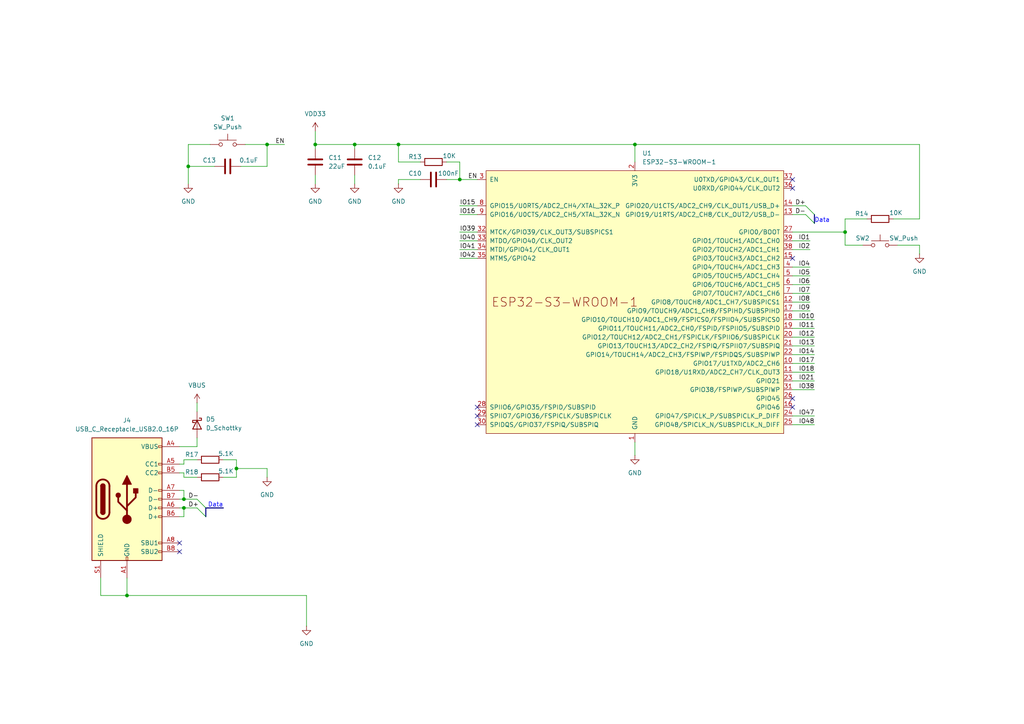
<source format=kicad_sch>
(kicad_sch
	(version 20250114)
	(generator "eeschema")
	(generator_version "9.0")
	(uuid "122ea989-b9fa-4d0f-bc96-9132fdcd7202")
	(paper "A4")
	(lib_symbols
		(symbol "Connector:USB_C_Receptacle_USB2.0_16P"
			(pin_names
				(offset 1.016)
			)
			(exclude_from_sim no)
			(in_bom yes)
			(on_board yes)
			(property "Reference" "J"
				(at 0 22.225 0)
				(effects
					(font
						(size 1.27 1.27)
					)
				)
			)
			(property "Value" "USB_C_Receptacle_USB2.0_16P"
				(at 0 19.685 0)
				(effects
					(font
						(size 1.27 1.27)
					)
				)
			)
			(property "Footprint" ""
				(at 3.81 0 0)
				(effects
					(font
						(size 1.27 1.27)
					)
					(hide yes)
				)
			)
			(property "Datasheet" "https://www.usb.org/sites/default/files/documents/usb_type-c.zip"
				(at 3.81 0 0)
				(effects
					(font
						(size 1.27 1.27)
					)
					(hide yes)
				)
			)
			(property "Description" "USB 2.0-only 16P Type-C Receptacle connector"
				(at 0 0 0)
				(effects
					(font
						(size 1.27 1.27)
					)
					(hide yes)
				)
			)
			(property "ki_keywords" "usb universal serial bus type-C USB2.0"
				(at 0 0 0)
				(effects
					(font
						(size 1.27 1.27)
					)
					(hide yes)
				)
			)
			(property "ki_fp_filters" "USB*C*Receptacle*"
				(at 0 0 0)
				(effects
					(font
						(size 1.27 1.27)
					)
					(hide yes)
				)
			)
			(symbol "USB_C_Receptacle_USB2.0_16P_0_0"
				(rectangle
					(start -0.254 -17.78)
					(end 0.254 -16.764)
					(stroke
						(width 0)
						(type default)
					)
					(fill
						(type none)
					)
				)
				(rectangle
					(start 10.16 15.494)
					(end 9.144 14.986)
					(stroke
						(width 0)
						(type default)
					)
					(fill
						(type none)
					)
				)
				(rectangle
					(start 10.16 10.414)
					(end 9.144 9.906)
					(stroke
						(width 0)
						(type default)
					)
					(fill
						(type none)
					)
				)
				(rectangle
					(start 10.16 7.874)
					(end 9.144 7.366)
					(stroke
						(width 0)
						(type default)
					)
					(fill
						(type none)
					)
				)
				(rectangle
					(start 10.16 2.794)
					(end 9.144 2.286)
					(stroke
						(width 0)
						(type default)
					)
					(fill
						(type none)
					)
				)
				(rectangle
					(start 10.16 0.254)
					(end 9.144 -0.254)
					(stroke
						(width 0)
						(type default)
					)
					(fill
						(type none)
					)
				)
				(rectangle
					(start 10.16 -2.286)
					(end 9.144 -2.794)
					(stroke
						(width 0)
						(type default)
					)
					(fill
						(type none)
					)
				)
				(rectangle
					(start 10.16 -4.826)
					(end 9.144 -5.334)
					(stroke
						(width 0)
						(type default)
					)
					(fill
						(type none)
					)
				)
				(rectangle
					(start 10.16 -12.446)
					(end 9.144 -12.954)
					(stroke
						(width 0)
						(type default)
					)
					(fill
						(type none)
					)
				)
				(rectangle
					(start 10.16 -14.986)
					(end 9.144 -15.494)
					(stroke
						(width 0)
						(type default)
					)
					(fill
						(type none)
					)
				)
			)
			(symbol "USB_C_Receptacle_USB2.0_16P_0_1"
				(rectangle
					(start -10.16 17.78)
					(end 10.16 -17.78)
					(stroke
						(width 0.254)
						(type default)
					)
					(fill
						(type background)
					)
				)
				(polyline
					(pts
						(xy -8.89 -3.81) (xy -8.89 3.81)
					)
					(stroke
						(width 0.508)
						(type default)
					)
					(fill
						(type none)
					)
				)
				(rectangle
					(start -7.62 -3.81)
					(end -6.35 3.81)
					(stroke
						(width 0.254)
						(type default)
					)
					(fill
						(type outline)
					)
				)
				(arc
					(start -7.62 3.81)
					(mid -6.985 4.4423)
					(end -6.35 3.81)
					(stroke
						(width 0.254)
						(type default)
					)
					(fill
						(type none)
					)
				)
				(arc
					(start -7.62 3.81)
					(mid -6.985 4.4423)
					(end -6.35 3.81)
					(stroke
						(width 0.254)
						(type default)
					)
					(fill
						(type outline)
					)
				)
				(arc
					(start -8.89 3.81)
					(mid -6.985 5.7067)
					(end -5.08 3.81)
					(stroke
						(width 0.508)
						(type default)
					)
					(fill
						(type none)
					)
				)
				(arc
					(start -5.08 -3.81)
					(mid -6.985 -5.7067)
					(end -8.89 -3.81)
					(stroke
						(width 0.508)
						(type default)
					)
					(fill
						(type none)
					)
				)
				(arc
					(start -6.35 -3.81)
					(mid -6.985 -4.4423)
					(end -7.62 -3.81)
					(stroke
						(width 0.254)
						(type default)
					)
					(fill
						(type none)
					)
				)
				(arc
					(start -6.35 -3.81)
					(mid -6.985 -4.4423)
					(end -7.62 -3.81)
					(stroke
						(width 0.254)
						(type default)
					)
					(fill
						(type outline)
					)
				)
				(polyline
					(pts
						(xy -5.08 3.81) (xy -5.08 -3.81)
					)
					(stroke
						(width 0.508)
						(type default)
					)
					(fill
						(type none)
					)
				)
				(circle
					(center -2.54 1.143)
					(radius 0.635)
					(stroke
						(width 0.254)
						(type default)
					)
					(fill
						(type outline)
					)
				)
				(polyline
					(pts
						(xy -1.27 4.318) (xy 0 6.858) (xy 1.27 4.318) (xy -1.27 4.318)
					)
					(stroke
						(width 0.254)
						(type default)
					)
					(fill
						(type outline)
					)
				)
				(polyline
					(pts
						(xy 0 -2.032) (xy 2.54 0.508) (xy 2.54 1.778)
					)
					(stroke
						(width 0.508)
						(type default)
					)
					(fill
						(type none)
					)
				)
				(polyline
					(pts
						(xy 0 -3.302) (xy -2.54 -0.762) (xy -2.54 0.508)
					)
					(stroke
						(width 0.508)
						(type default)
					)
					(fill
						(type none)
					)
				)
				(polyline
					(pts
						(xy 0 -5.842) (xy 0 4.318)
					)
					(stroke
						(width 0.508)
						(type default)
					)
					(fill
						(type none)
					)
				)
				(circle
					(center 0 -5.842)
					(radius 1.27)
					(stroke
						(width 0)
						(type default)
					)
					(fill
						(type outline)
					)
				)
				(rectangle
					(start 1.905 1.778)
					(end 3.175 3.048)
					(stroke
						(width 0.254)
						(type default)
					)
					(fill
						(type outline)
					)
				)
			)
			(symbol "USB_C_Receptacle_USB2.0_16P_1_1"
				(pin passive line
					(at -7.62 -22.86 90)
					(length 5.08)
					(name "SHIELD"
						(effects
							(font
								(size 1.27 1.27)
							)
						)
					)
					(number "S1"
						(effects
							(font
								(size 1.27 1.27)
							)
						)
					)
				)
				(pin passive line
					(at 0 -22.86 90)
					(length 5.08)
					(name "GND"
						(effects
							(font
								(size 1.27 1.27)
							)
						)
					)
					(number "A1"
						(effects
							(font
								(size 1.27 1.27)
							)
						)
					)
				)
				(pin passive line
					(at 0 -22.86 90)
					(length 5.08)
					(hide yes)
					(name "GND"
						(effects
							(font
								(size 1.27 1.27)
							)
						)
					)
					(number "A12"
						(effects
							(font
								(size 1.27 1.27)
							)
						)
					)
				)
				(pin passive line
					(at 0 -22.86 90)
					(length 5.08)
					(hide yes)
					(name "GND"
						(effects
							(font
								(size 1.27 1.27)
							)
						)
					)
					(number "B1"
						(effects
							(font
								(size 1.27 1.27)
							)
						)
					)
				)
				(pin passive line
					(at 0 -22.86 90)
					(length 5.08)
					(hide yes)
					(name "GND"
						(effects
							(font
								(size 1.27 1.27)
							)
						)
					)
					(number "B12"
						(effects
							(font
								(size 1.27 1.27)
							)
						)
					)
				)
				(pin passive line
					(at 15.24 15.24 180)
					(length 5.08)
					(name "VBUS"
						(effects
							(font
								(size 1.27 1.27)
							)
						)
					)
					(number "A4"
						(effects
							(font
								(size 1.27 1.27)
							)
						)
					)
				)
				(pin passive line
					(at 15.24 15.24 180)
					(length 5.08)
					(hide yes)
					(name "VBUS"
						(effects
							(font
								(size 1.27 1.27)
							)
						)
					)
					(number "A9"
						(effects
							(font
								(size 1.27 1.27)
							)
						)
					)
				)
				(pin passive line
					(at 15.24 15.24 180)
					(length 5.08)
					(hide yes)
					(name "VBUS"
						(effects
							(font
								(size 1.27 1.27)
							)
						)
					)
					(number "B4"
						(effects
							(font
								(size 1.27 1.27)
							)
						)
					)
				)
				(pin passive line
					(at 15.24 15.24 180)
					(length 5.08)
					(hide yes)
					(name "VBUS"
						(effects
							(font
								(size 1.27 1.27)
							)
						)
					)
					(number "B9"
						(effects
							(font
								(size 1.27 1.27)
							)
						)
					)
				)
				(pin bidirectional line
					(at 15.24 10.16 180)
					(length 5.08)
					(name "CC1"
						(effects
							(font
								(size 1.27 1.27)
							)
						)
					)
					(number "A5"
						(effects
							(font
								(size 1.27 1.27)
							)
						)
					)
				)
				(pin bidirectional line
					(at 15.24 7.62 180)
					(length 5.08)
					(name "CC2"
						(effects
							(font
								(size 1.27 1.27)
							)
						)
					)
					(number "B5"
						(effects
							(font
								(size 1.27 1.27)
							)
						)
					)
				)
				(pin bidirectional line
					(at 15.24 2.54 180)
					(length 5.08)
					(name "D-"
						(effects
							(font
								(size 1.27 1.27)
							)
						)
					)
					(number "A7"
						(effects
							(font
								(size 1.27 1.27)
							)
						)
					)
				)
				(pin bidirectional line
					(at 15.24 0 180)
					(length 5.08)
					(name "D-"
						(effects
							(font
								(size 1.27 1.27)
							)
						)
					)
					(number "B7"
						(effects
							(font
								(size 1.27 1.27)
							)
						)
					)
				)
				(pin bidirectional line
					(at 15.24 -2.54 180)
					(length 5.08)
					(name "D+"
						(effects
							(font
								(size 1.27 1.27)
							)
						)
					)
					(number "A6"
						(effects
							(font
								(size 1.27 1.27)
							)
						)
					)
				)
				(pin bidirectional line
					(at 15.24 -5.08 180)
					(length 5.08)
					(name "D+"
						(effects
							(font
								(size 1.27 1.27)
							)
						)
					)
					(number "B6"
						(effects
							(font
								(size 1.27 1.27)
							)
						)
					)
				)
				(pin bidirectional line
					(at 15.24 -12.7 180)
					(length 5.08)
					(name "SBU1"
						(effects
							(font
								(size 1.27 1.27)
							)
						)
					)
					(number "A8"
						(effects
							(font
								(size 1.27 1.27)
							)
						)
					)
				)
				(pin bidirectional line
					(at 15.24 -15.24 180)
					(length 5.08)
					(name "SBU2"
						(effects
							(font
								(size 1.27 1.27)
							)
						)
					)
					(number "B8"
						(effects
							(font
								(size 1.27 1.27)
							)
						)
					)
				)
			)
			(embedded_fonts no)
		)
		(symbol "Device:C"
			(pin_numbers
				(hide yes)
			)
			(pin_names
				(offset 0.254)
			)
			(exclude_from_sim no)
			(in_bom yes)
			(on_board yes)
			(property "Reference" "C"
				(at 0.635 2.54 0)
				(effects
					(font
						(size 1.27 1.27)
					)
					(justify left)
				)
			)
			(property "Value" "C"
				(at 0.635 -2.54 0)
				(effects
					(font
						(size 1.27 1.27)
					)
					(justify left)
				)
			)
			(property "Footprint" ""
				(at 0.9652 -3.81 0)
				(effects
					(font
						(size 1.27 1.27)
					)
					(hide yes)
				)
			)
			(property "Datasheet" "~"
				(at 0 0 0)
				(effects
					(font
						(size 1.27 1.27)
					)
					(hide yes)
				)
			)
			(property "Description" "Unpolarized capacitor"
				(at 0 0 0)
				(effects
					(font
						(size 1.27 1.27)
					)
					(hide yes)
				)
			)
			(property "ki_keywords" "cap capacitor"
				(at 0 0 0)
				(effects
					(font
						(size 1.27 1.27)
					)
					(hide yes)
				)
			)
			(property "ki_fp_filters" "C_*"
				(at 0 0 0)
				(effects
					(font
						(size 1.27 1.27)
					)
					(hide yes)
				)
			)
			(symbol "C_0_1"
				(polyline
					(pts
						(xy -2.032 0.762) (xy 2.032 0.762)
					)
					(stroke
						(width 0.508)
						(type default)
					)
					(fill
						(type none)
					)
				)
				(polyline
					(pts
						(xy -2.032 -0.762) (xy 2.032 -0.762)
					)
					(stroke
						(width 0.508)
						(type default)
					)
					(fill
						(type none)
					)
				)
			)
			(symbol "C_1_1"
				(pin passive line
					(at 0 3.81 270)
					(length 2.794)
					(name "~"
						(effects
							(font
								(size 1.27 1.27)
							)
						)
					)
					(number "1"
						(effects
							(font
								(size 1.27 1.27)
							)
						)
					)
				)
				(pin passive line
					(at 0 -3.81 90)
					(length 2.794)
					(name "~"
						(effects
							(font
								(size 1.27 1.27)
							)
						)
					)
					(number "2"
						(effects
							(font
								(size 1.27 1.27)
							)
						)
					)
				)
			)
			(embedded_fonts no)
		)
		(symbol "Device:D_Schottky"
			(pin_numbers
				(hide yes)
			)
			(pin_names
				(offset 1.016)
				(hide yes)
			)
			(exclude_from_sim no)
			(in_bom yes)
			(on_board yes)
			(property "Reference" "D"
				(at 0 2.54 0)
				(effects
					(font
						(size 1.27 1.27)
					)
				)
			)
			(property "Value" "D_Schottky"
				(at 0 -2.54 0)
				(effects
					(font
						(size 1.27 1.27)
					)
				)
			)
			(property "Footprint" ""
				(at 0 0 0)
				(effects
					(font
						(size 1.27 1.27)
					)
					(hide yes)
				)
			)
			(property "Datasheet" "~"
				(at 0 0 0)
				(effects
					(font
						(size 1.27 1.27)
					)
					(hide yes)
				)
			)
			(property "Description" "Schottky diode"
				(at 0 0 0)
				(effects
					(font
						(size 1.27 1.27)
					)
					(hide yes)
				)
			)
			(property "ki_keywords" "diode Schottky"
				(at 0 0 0)
				(effects
					(font
						(size 1.27 1.27)
					)
					(hide yes)
				)
			)
			(property "ki_fp_filters" "TO-???* *_Diode_* *SingleDiode* D_*"
				(at 0 0 0)
				(effects
					(font
						(size 1.27 1.27)
					)
					(hide yes)
				)
			)
			(symbol "D_Schottky_0_1"
				(polyline
					(pts
						(xy -1.905 0.635) (xy -1.905 1.27) (xy -1.27 1.27) (xy -1.27 -1.27) (xy -0.635 -1.27) (xy -0.635 -0.635)
					)
					(stroke
						(width 0.254)
						(type default)
					)
					(fill
						(type none)
					)
				)
				(polyline
					(pts
						(xy 1.27 1.27) (xy 1.27 -1.27) (xy -1.27 0) (xy 1.27 1.27)
					)
					(stroke
						(width 0.254)
						(type default)
					)
					(fill
						(type none)
					)
				)
				(polyline
					(pts
						(xy 1.27 0) (xy -1.27 0)
					)
					(stroke
						(width 0)
						(type default)
					)
					(fill
						(type none)
					)
				)
			)
			(symbol "D_Schottky_1_1"
				(pin passive line
					(at -3.81 0 0)
					(length 2.54)
					(name "K"
						(effects
							(font
								(size 1.27 1.27)
							)
						)
					)
					(number "1"
						(effects
							(font
								(size 1.27 1.27)
							)
						)
					)
				)
				(pin passive line
					(at 3.81 0 180)
					(length 2.54)
					(name "A"
						(effects
							(font
								(size 1.27 1.27)
							)
						)
					)
					(number "2"
						(effects
							(font
								(size 1.27 1.27)
							)
						)
					)
				)
			)
			(embedded_fonts no)
		)
		(symbol "Device:R"
			(pin_numbers
				(hide yes)
			)
			(pin_names
				(offset 0)
			)
			(exclude_from_sim no)
			(in_bom yes)
			(on_board yes)
			(property "Reference" "R"
				(at 2.032 0 90)
				(effects
					(font
						(size 1.27 1.27)
					)
				)
			)
			(property "Value" "R"
				(at 0 0 90)
				(effects
					(font
						(size 1.27 1.27)
					)
				)
			)
			(property "Footprint" ""
				(at -1.778 0 90)
				(effects
					(font
						(size 1.27 1.27)
					)
					(hide yes)
				)
			)
			(property "Datasheet" "~"
				(at 0 0 0)
				(effects
					(font
						(size 1.27 1.27)
					)
					(hide yes)
				)
			)
			(property "Description" "Resistor"
				(at 0 0 0)
				(effects
					(font
						(size 1.27 1.27)
					)
					(hide yes)
				)
			)
			(property "ki_keywords" "R res resistor"
				(at 0 0 0)
				(effects
					(font
						(size 1.27 1.27)
					)
					(hide yes)
				)
			)
			(property "ki_fp_filters" "R_*"
				(at 0 0 0)
				(effects
					(font
						(size 1.27 1.27)
					)
					(hide yes)
				)
			)
			(symbol "R_0_1"
				(rectangle
					(start -1.016 -2.54)
					(end 1.016 2.54)
					(stroke
						(width 0.254)
						(type default)
					)
					(fill
						(type none)
					)
				)
			)
			(symbol "R_1_1"
				(pin passive line
					(at 0 3.81 270)
					(length 1.27)
					(name "~"
						(effects
							(font
								(size 1.27 1.27)
							)
						)
					)
					(number "1"
						(effects
							(font
								(size 1.27 1.27)
							)
						)
					)
				)
				(pin passive line
					(at 0 -3.81 90)
					(length 1.27)
					(name "~"
						(effects
							(font
								(size 1.27 1.27)
							)
						)
					)
					(number "2"
						(effects
							(font
								(size 1.27 1.27)
							)
						)
					)
				)
			)
			(embedded_fonts no)
		)
		(symbol "PCM_Espressif:ESP32-S3-WROOM-1"
			(pin_names
				(offset 1.016)
			)
			(exclude_from_sim no)
			(in_bom yes)
			(on_board yes)
			(property "Reference" "U"
				(at -43.18 43.18 0)
				(effects
					(font
						(size 1.27 1.27)
					)
					(justify left)
				)
			)
			(property "Value" "ESP32-S3-WROOM-1"
				(at -43.18 40.64 0)
				(effects
					(font
						(size 1.27 1.27)
					)
					(justify left)
				)
			)
			(property "Footprint" "PCM_Espressif:ESP32-S3-WROOM-1"
				(at 2.54 -48.26 0)
				(effects
					(font
						(size 1.27 1.27)
					)
					(hide yes)
				)
			)
			(property "Datasheet" "https://www.espressif.com/sites/default/files/documentation/esp32-s3-wroom-1_wroom-1u_datasheet_en.pdf"
				(at 2.54 -50.8 0)
				(effects
					(font
						(size 1.27 1.27)
					)
					(hide yes)
				)
			)
			(property "Description" "2.4 GHz WiFi (802.11 b/g/n) and Bluetooth ® 5 (LE) module Built around ESP32S3 series of SoCs, Xtensa ® dualcore 32bit LX7 microprocessor Flash up to 16 MB, PSRAM up to 8 MB 36 GPIOs, rich set of peripherals Onboard PCB antenna"
				(at 0 0 0)
				(effects
					(font
						(size 1.27 1.27)
					)
					(hide yes)
				)
			)
			(symbol "ESP32-S3-WROOM-1_0_0"
				(text "ESP32-S3-WROOM-1"
					(at -20.32 0 0)
					(effects
						(font
							(size 2.54 2.54)
						)
					)
				)
				(pin input line
					(at -45.72 35.56 0)
					(length 2.54)
					(name "EN"
						(effects
							(font
								(size 1.27 1.27)
							)
						)
					)
					(number "3"
						(effects
							(font
								(size 1.27 1.27)
							)
						)
					)
				)
				(pin bidirectional line
					(at -45.72 27.94 0)
					(length 2.54)
					(name "GPIO15/U0RTS/ADC2_CH4/XTAL_32K_P"
						(effects
							(font
								(size 1.27 1.27)
							)
						)
					)
					(number "8"
						(effects
							(font
								(size 1.27 1.27)
							)
						)
					)
				)
				(pin bidirectional line
					(at -45.72 25.4 0)
					(length 2.54)
					(name "GPIO16/U0CTS/ADC2_CH5/XTAL_32K_N"
						(effects
							(font
								(size 1.27 1.27)
							)
						)
					)
					(number "9"
						(effects
							(font
								(size 1.27 1.27)
							)
						)
					)
				)
				(pin bidirectional line
					(at -45.72 20.32 0)
					(length 2.54)
					(name "MTCK/GPIO39/CLK_OUT3/SUBSPICS1"
						(effects
							(font
								(size 1.27 1.27)
							)
						)
					)
					(number "32"
						(effects
							(font
								(size 1.27 1.27)
							)
						)
					)
				)
				(pin bidirectional line
					(at -45.72 17.78 0)
					(length 2.54)
					(name "MTDO/GPIO40/CLK_OUT2"
						(effects
							(font
								(size 1.27 1.27)
							)
						)
					)
					(number "33"
						(effects
							(font
								(size 1.27 1.27)
							)
						)
					)
				)
				(pin bidirectional line
					(at -45.72 15.24 0)
					(length 2.54)
					(name "MTDI/GPIO41/CLK_OUT1"
						(effects
							(font
								(size 1.27 1.27)
							)
						)
					)
					(number "34"
						(effects
							(font
								(size 1.27 1.27)
							)
						)
					)
				)
				(pin bidirectional line
					(at -45.72 12.7 0)
					(length 2.54)
					(name "MTMS/GPIO42"
						(effects
							(font
								(size 1.27 1.27)
							)
						)
					)
					(number "35"
						(effects
							(font
								(size 1.27 1.27)
							)
						)
					)
				)
				(pin bidirectional line
					(at -45.72 -30.48 0)
					(length 2.54)
					(name "SPIIO6/GPIO35/FSPID/SUBSPID"
						(effects
							(font
								(size 1.27 1.27)
							)
						)
					)
					(number "28"
						(effects
							(font
								(size 1.27 1.27)
							)
						)
					)
				)
				(pin bidirectional line
					(at -45.72 -33.02 0)
					(length 2.54)
					(name "SPIIO7/GPIO36/FSPICLK/SUBSPICLK"
						(effects
							(font
								(size 1.27 1.27)
							)
						)
					)
					(number "29"
						(effects
							(font
								(size 1.27 1.27)
							)
						)
					)
				)
				(pin bidirectional line
					(at -45.72 -35.56 0)
					(length 2.54)
					(name "SPIDQS/GPIO37/FSPIQ/SUBSPIQ"
						(effects
							(font
								(size 1.27 1.27)
							)
						)
					)
					(number "30"
						(effects
							(font
								(size 1.27 1.27)
							)
						)
					)
				)
				(pin power_in line
					(at 0 40.64 270)
					(length 2.54)
					(name "3V3"
						(effects
							(font
								(size 1.27 1.27)
							)
						)
					)
					(number "2"
						(effects
							(font
								(size 1.27 1.27)
							)
						)
					)
				)
				(pin power_in line
					(at 0 -40.64 90)
					(length 2.54)
					(name "GND"
						(effects
							(font
								(size 1.27 1.27)
							)
						)
					)
					(number "1"
						(effects
							(font
								(size 1.27 1.27)
							)
						)
					)
				)
				(pin passive line
					(at 0 -40.64 90)
					(length 2.54)
					(hide yes)
					(name "GND"
						(effects
							(font
								(size 1.27 1.27)
							)
						)
					)
					(number "40"
						(effects
							(font
								(size 1.27 1.27)
							)
						)
					)
				)
				(pin passive line
					(at 0 -40.64 90)
					(length 2.54)
					(hide yes)
					(name "GND"
						(effects
							(font
								(size 1.27 1.27)
							)
						)
					)
					(number "41"
						(effects
							(font
								(size 1.27 1.27)
							)
						)
					)
				)
				(pin bidirectional line
					(at 45.72 35.56 180)
					(length 2.54)
					(name "U0TXD/GPIO43/CLK_OUT1"
						(effects
							(font
								(size 1.27 1.27)
							)
						)
					)
					(number "37"
						(effects
							(font
								(size 1.27 1.27)
							)
						)
					)
				)
				(pin bidirectional line
					(at 45.72 33.02 180)
					(length 2.54)
					(name "U0RXD/GPIO44/CLK_OUT2"
						(effects
							(font
								(size 1.27 1.27)
							)
						)
					)
					(number "36"
						(effects
							(font
								(size 1.27 1.27)
							)
						)
					)
				)
				(pin bidirectional line
					(at 45.72 27.94 180)
					(length 2.54)
					(name "GPIO20/U1CTS/ADC2_CH9/CLK_OUT1/USB_D+"
						(effects
							(font
								(size 1.27 1.27)
							)
						)
					)
					(number "14"
						(effects
							(font
								(size 1.27 1.27)
							)
						)
					)
				)
				(pin bidirectional line
					(at 45.72 25.4 180)
					(length 2.54)
					(name "GPIO19/U1RTS/ADC2_CH8/CLK_OUT2/USB_D-"
						(effects
							(font
								(size 1.27 1.27)
							)
						)
					)
					(number "13"
						(effects
							(font
								(size 1.27 1.27)
							)
						)
					)
				)
				(pin bidirectional line
					(at 45.72 20.32 180)
					(length 2.54)
					(name "GPIO0/BOOT"
						(effects
							(font
								(size 1.27 1.27)
							)
						)
					)
					(number "27"
						(effects
							(font
								(size 1.27 1.27)
							)
						)
					)
				)
				(pin bidirectional line
					(at 45.72 17.78 180)
					(length 2.54)
					(name "GPIO1/TOUCH1/ADC1_CH0"
						(effects
							(font
								(size 1.27 1.27)
							)
						)
					)
					(number "39"
						(effects
							(font
								(size 1.27 1.27)
							)
						)
					)
				)
				(pin bidirectional line
					(at 45.72 15.24 180)
					(length 2.54)
					(name "GPIO2/TOUCH2/ADC1_CH1"
						(effects
							(font
								(size 1.27 1.27)
							)
						)
					)
					(number "38"
						(effects
							(font
								(size 1.27 1.27)
							)
						)
					)
				)
				(pin bidirectional line
					(at 45.72 12.7 180)
					(length 2.54)
					(name "GPIO3/TOUCH3/ADC1_CH2"
						(effects
							(font
								(size 1.27 1.27)
							)
						)
					)
					(number "15"
						(effects
							(font
								(size 1.27 1.27)
							)
						)
					)
				)
				(pin bidirectional line
					(at 45.72 10.16 180)
					(length 2.54)
					(name "GPIO4/TOUCH4/ADC1_CH3"
						(effects
							(font
								(size 1.27 1.27)
							)
						)
					)
					(number "4"
						(effects
							(font
								(size 1.27 1.27)
							)
						)
					)
				)
				(pin bidirectional line
					(at 45.72 7.62 180)
					(length 2.54)
					(name "GPIO5/TOUCH5/ADC1_CH4"
						(effects
							(font
								(size 1.27 1.27)
							)
						)
					)
					(number "5"
						(effects
							(font
								(size 1.27 1.27)
							)
						)
					)
				)
				(pin bidirectional line
					(at 45.72 5.08 180)
					(length 2.54)
					(name "GPIO6/TOUCH6/ADC1_CH5"
						(effects
							(font
								(size 1.27 1.27)
							)
						)
					)
					(number "6"
						(effects
							(font
								(size 1.27 1.27)
							)
						)
					)
				)
				(pin bidirectional line
					(at 45.72 2.54 180)
					(length 2.54)
					(name "GPIO7/TOUCH7/ADC1_CH6"
						(effects
							(font
								(size 1.27 1.27)
							)
						)
					)
					(number "7"
						(effects
							(font
								(size 1.27 1.27)
							)
						)
					)
				)
				(pin bidirectional line
					(at 45.72 0 180)
					(length 2.54)
					(name "GPIO8/TOUCH8/ADC1_CH7/SUBSPICS1"
						(effects
							(font
								(size 1.27 1.27)
							)
						)
					)
					(number "12"
						(effects
							(font
								(size 1.27 1.27)
							)
						)
					)
				)
				(pin bidirectional line
					(at 45.72 -2.54 180)
					(length 2.54)
					(name "GPIO9/TOUCH9/ADC1_CH8/FSPIHD/SUBSPIHD"
						(effects
							(font
								(size 1.27 1.27)
							)
						)
					)
					(number "17"
						(effects
							(font
								(size 1.27 1.27)
							)
						)
					)
				)
				(pin bidirectional line
					(at 45.72 -5.08 180)
					(length 2.54)
					(name "GPIO10/TOUCH10/ADC1_CH9/FSPICS0/FSPIIO4/SUBSPICS0"
						(effects
							(font
								(size 1.27 1.27)
							)
						)
					)
					(number "18"
						(effects
							(font
								(size 1.27 1.27)
							)
						)
					)
				)
				(pin bidirectional line
					(at 45.72 -7.62 180)
					(length 2.54)
					(name "GPIO11/TOUCH11/ADC2_CH0/FSPID/FSPIIO5/SUBSPID"
						(effects
							(font
								(size 1.27 1.27)
							)
						)
					)
					(number "19"
						(effects
							(font
								(size 1.27 1.27)
							)
						)
					)
				)
				(pin bidirectional line
					(at 45.72 -10.16 180)
					(length 2.54)
					(name "GPIO12/TOUCH12/ADC2_CH1/FSPICLK/FSPIIO6/SUBSPICLK"
						(effects
							(font
								(size 1.27 1.27)
							)
						)
					)
					(number "20"
						(effects
							(font
								(size 1.27 1.27)
							)
						)
					)
				)
				(pin bidirectional line
					(at 45.72 -12.7 180)
					(length 2.54)
					(name "GPIO13/TOUCH13/ADC2_CH2/FSPIQ/FSPIIO7/SUBSPIQ"
						(effects
							(font
								(size 1.27 1.27)
							)
						)
					)
					(number "21"
						(effects
							(font
								(size 1.27 1.27)
							)
						)
					)
				)
				(pin bidirectional line
					(at 45.72 -15.24 180)
					(length 2.54)
					(name "GPIO14/TOUCH14/ADC2_CH3/FSPIWP/FSPIDQS/SUBSPIWP"
						(effects
							(font
								(size 1.27 1.27)
							)
						)
					)
					(number "22"
						(effects
							(font
								(size 1.27 1.27)
							)
						)
					)
				)
				(pin bidirectional line
					(at 45.72 -17.78 180)
					(length 2.54)
					(name "GPIO17/U1TXD/ADC2_CH6"
						(effects
							(font
								(size 1.27 1.27)
							)
						)
					)
					(number "10"
						(effects
							(font
								(size 1.27 1.27)
							)
						)
					)
				)
				(pin bidirectional line
					(at 45.72 -20.32 180)
					(length 2.54)
					(name "GPIO18/U1RXD/ADC2_CH7/CLK_OUT3"
						(effects
							(font
								(size 1.27 1.27)
							)
						)
					)
					(number "11"
						(effects
							(font
								(size 1.27 1.27)
							)
						)
					)
				)
				(pin bidirectional line
					(at 45.72 -22.86 180)
					(length 2.54)
					(name "GPIO21"
						(effects
							(font
								(size 1.27 1.27)
							)
						)
					)
					(number "23"
						(effects
							(font
								(size 1.27 1.27)
							)
						)
					)
				)
				(pin bidirectional line
					(at 45.72 -25.4 180)
					(length 2.54)
					(name "GPIO38/FSPIWP/SUBSPIWP"
						(effects
							(font
								(size 1.27 1.27)
							)
						)
					)
					(number "31"
						(effects
							(font
								(size 1.27 1.27)
							)
						)
					)
				)
				(pin bidirectional line
					(at 45.72 -27.94 180)
					(length 2.54)
					(name "GPIO45"
						(effects
							(font
								(size 1.27 1.27)
							)
						)
					)
					(number "26"
						(effects
							(font
								(size 1.27 1.27)
							)
						)
					)
				)
				(pin bidirectional line
					(at 45.72 -30.48 180)
					(length 2.54)
					(name "GPIO46"
						(effects
							(font
								(size 1.27 1.27)
							)
						)
					)
					(number "16"
						(effects
							(font
								(size 1.27 1.27)
							)
						)
					)
				)
				(pin bidirectional line
					(at 45.72 -33.02 180)
					(length 2.54)
					(name "GPIO47/SPICLK_P/SUBSPICLK_P_DIFF"
						(effects
							(font
								(size 1.27 1.27)
							)
						)
					)
					(number "24"
						(effects
							(font
								(size 1.27 1.27)
							)
						)
					)
				)
				(pin bidirectional line
					(at 45.72 -35.56 180)
					(length 2.54)
					(name "GPIO48/SPICLK_N/SUBSPICLK_N_DIFF"
						(effects
							(font
								(size 1.27 1.27)
							)
						)
					)
					(number "25"
						(effects
							(font
								(size 1.27 1.27)
							)
						)
					)
				)
			)
			(symbol "ESP32-S3-WROOM-1_0_1"
				(rectangle
					(start -43.18 38.1)
					(end 43.18 -38.1)
					(stroke
						(width 0)
						(type default)
					)
					(fill
						(type background)
					)
				)
			)
			(embedded_fonts no)
		)
		(symbol "Switch:SW_Push"
			(pin_numbers
				(hide yes)
			)
			(pin_names
				(offset 1.016)
				(hide yes)
			)
			(exclude_from_sim no)
			(in_bom yes)
			(on_board yes)
			(property "Reference" "SW"
				(at 1.27 2.54 0)
				(effects
					(font
						(size 1.27 1.27)
					)
					(justify left)
				)
			)
			(property "Value" "SW_Push"
				(at 0 -1.524 0)
				(effects
					(font
						(size 1.27 1.27)
					)
				)
			)
			(property "Footprint" ""
				(at 0 5.08 0)
				(effects
					(font
						(size 1.27 1.27)
					)
					(hide yes)
				)
			)
			(property "Datasheet" "~"
				(at 0 5.08 0)
				(effects
					(font
						(size 1.27 1.27)
					)
					(hide yes)
				)
			)
			(property "Description" "Push button switch, generic, two pins"
				(at 0 0 0)
				(effects
					(font
						(size 1.27 1.27)
					)
					(hide yes)
				)
			)
			(property "ki_keywords" "switch normally-open pushbutton push-button"
				(at 0 0 0)
				(effects
					(font
						(size 1.27 1.27)
					)
					(hide yes)
				)
			)
			(symbol "SW_Push_0_1"
				(circle
					(center -2.032 0)
					(radius 0.508)
					(stroke
						(width 0)
						(type default)
					)
					(fill
						(type none)
					)
				)
				(polyline
					(pts
						(xy 0 1.27) (xy 0 3.048)
					)
					(stroke
						(width 0)
						(type default)
					)
					(fill
						(type none)
					)
				)
				(circle
					(center 2.032 0)
					(radius 0.508)
					(stroke
						(width 0)
						(type default)
					)
					(fill
						(type none)
					)
				)
				(polyline
					(pts
						(xy 2.54 1.27) (xy -2.54 1.27)
					)
					(stroke
						(width 0)
						(type default)
					)
					(fill
						(type none)
					)
				)
				(pin passive line
					(at -5.08 0 0)
					(length 2.54)
					(name "1"
						(effects
							(font
								(size 1.27 1.27)
							)
						)
					)
					(number "1"
						(effects
							(font
								(size 1.27 1.27)
							)
						)
					)
				)
				(pin passive line
					(at 5.08 0 180)
					(length 2.54)
					(name "2"
						(effects
							(font
								(size 1.27 1.27)
							)
						)
					)
					(number "2"
						(effects
							(font
								(size 1.27 1.27)
							)
						)
					)
				)
			)
			(embedded_fonts no)
		)
		(symbol "power:GND"
			(power)
			(pin_numbers
				(hide yes)
			)
			(pin_names
				(offset 0)
				(hide yes)
			)
			(exclude_from_sim no)
			(in_bom yes)
			(on_board yes)
			(property "Reference" "#PWR"
				(at 0 -6.35 0)
				(effects
					(font
						(size 1.27 1.27)
					)
					(hide yes)
				)
			)
			(property "Value" "GND"
				(at 0 -3.81 0)
				(effects
					(font
						(size 1.27 1.27)
					)
				)
			)
			(property "Footprint" ""
				(at 0 0 0)
				(effects
					(font
						(size 1.27 1.27)
					)
					(hide yes)
				)
			)
			(property "Datasheet" ""
				(at 0 0 0)
				(effects
					(font
						(size 1.27 1.27)
					)
					(hide yes)
				)
			)
			(property "Description" "Power symbol creates a global label with name \"GND\" , ground"
				(at 0 0 0)
				(effects
					(font
						(size 1.27 1.27)
					)
					(hide yes)
				)
			)
			(property "ki_keywords" "global power"
				(at 0 0 0)
				(effects
					(font
						(size 1.27 1.27)
					)
					(hide yes)
				)
			)
			(symbol "GND_0_1"
				(polyline
					(pts
						(xy 0 0) (xy 0 -1.27) (xy 1.27 -1.27) (xy 0 -2.54) (xy -1.27 -1.27) (xy 0 -1.27)
					)
					(stroke
						(width 0)
						(type default)
					)
					(fill
						(type none)
					)
				)
			)
			(symbol "GND_1_1"
				(pin power_in line
					(at 0 0 270)
					(length 0)
					(name "~"
						(effects
							(font
								(size 1.27 1.27)
							)
						)
					)
					(number "1"
						(effects
							(font
								(size 1.27 1.27)
							)
						)
					)
				)
			)
			(embedded_fonts no)
		)
		(symbol "power:VBUS"
			(power)
			(pin_numbers
				(hide yes)
			)
			(pin_names
				(offset 0)
				(hide yes)
			)
			(exclude_from_sim no)
			(in_bom yes)
			(on_board yes)
			(property "Reference" "#PWR"
				(at 0 -3.81 0)
				(effects
					(font
						(size 1.27 1.27)
					)
					(hide yes)
				)
			)
			(property "Value" "VBUS"
				(at 0 3.556 0)
				(effects
					(font
						(size 1.27 1.27)
					)
				)
			)
			(property "Footprint" ""
				(at 0 0 0)
				(effects
					(font
						(size 1.27 1.27)
					)
					(hide yes)
				)
			)
			(property "Datasheet" ""
				(at 0 0 0)
				(effects
					(font
						(size 1.27 1.27)
					)
					(hide yes)
				)
			)
			(property "Description" "Power symbol creates a global label with name \"VBUS\""
				(at 0 0 0)
				(effects
					(font
						(size 1.27 1.27)
					)
					(hide yes)
				)
			)
			(property "ki_keywords" "global power"
				(at 0 0 0)
				(effects
					(font
						(size 1.27 1.27)
					)
					(hide yes)
				)
			)
			(symbol "VBUS_0_1"
				(polyline
					(pts
						(xy -0.762 1.27) (xy 0 2.54)
					)
					(stroke
						(width 0)
						(type default)
					)
					(fill
						(type none)
					)
				)
				(polyline
					(pts
						(xy 0 2.54) (xy 0.762 1.27)
					)
					(stroke
						(width 0)
						(type default)
					)
					(fill
						(type none)
					)
				)
				(polyline
					(pts
						(xy 0 0) (xy 0 2.54)
					)
					(stroke
						(width 0)
						(type default)
					)
					(fill
						(type none)
					)
				)
			)
			(symbol "VBUS_1_1"
				(pin power_in line
					(at 0 0 90)
					(length 0)
					(name "~"
						(effects
							(font
								(size 1.27 1.27)
							)
						)
					)
					(number "1"
						(effects
							(font
								(size 1.27 1.27)
							)
						)
					)
				)
			)
			(embedded_fonts no)
		)
		(symbol "power:VDD"
			(power)
			(pin_numbers
				(hide yes)
			)
			(pin_names
				(offset 0)
				(hide yes)
			)
			(exclude_from_sim no)
			(in_bom yes)
			(on_board yes)
			(property "Reference" "#PWR"
				(at 0 -3.81 0)
				(effects
					(font
						(size 1.27 1.27)
					)
					(hide yes)
				)
			)
			(property "Value" "VDD"
				(at 0 3.556 0)
				(effects
					(font
						(size 1.27 1.27)
					)
				)
			)
			(property "Footprint" ""
				(at 0 0 0)
				(effects
					(font
						(size 1.27 1.27)
					)
					(hide yes)
				)
			)
			(property "Datasheet" ""
				(at 0 0 0)
				(effects
					(font
						(size 1.27 1.27)
					)
					(hide yes)
				)
			)
			(property "Description" "Power symbol creates a global label with name \"VDD\""
				(at 0 0 0)
				(effects
					(font
						(size 1.27 1.27)
					)
					(hide yes)
				)
			)
			(property "ki_keywords" "global power"
				(at 0 0 0)
				(effects
					(font
						(size 1.27 1.27)
					)
					(hide yes)
				)
			)
			(symbol "VDD_0_1"
				(polyline
					(pts
						(xy -0.762 1.27) (xy 0 2.54)
					)
					(stroke
						(width 0)
						(type default)
					)
					(fill
						(type none)
					)
				)
				(polyline
					(pts
						(xy 0 2.54) (xy 0.762 1.27)
					)
					(stroke
						(width 0)
						(type default)
					)
					(fill
						(type none)
					)
				)
				(polyline
					(pts
						(xy 0 0) (xy 0 2.54)
					)
					(stroke
						(width 0)
						(type default)
					)
					(fill
						(type none)
					)
				)
			)
			(symbol "VDD_1_1"
				(pin power_in line
					(at 0 0 90)
					(length 0)
					(name "~"
						(effects
							(font
								(size 1.27 1.27)
							)
						)
					)
					(number "1"
						(effects
							(font
								(size 1.27 1.27)
							)
						)
					)
				)
			)
			(embedded_fonts no)
		)
	)
	(junction
		(at 102.87 41.91)
		(diameter 0)
		(color 0 0 0 0)
		(uuid "0d114317-ba92-4973-b19e-a65ec6a07216")
	)
	(junction
		(at 68.58 135.89)
		(diameter 0)
		(color 0 0 0 0)
		(uuid "0dd27fdd-9abe-4974-9622-33f4d114f1b0")
	)
	(junction
		(at 115.57 41.91)
		(diameter 0)
		(color 0 0 0 0)
		(uuid "1188343d-1094-4561-99be-34095198fb26")
	)
	(junction
		(at 36.83 172.72)
		(diameter 0)
		(color 0 0 0 0)
		(uuid "2aef51cd-4a74-4a7b-8c69-0c2adc4a20fd")
	)
	(junction
		(at 184.15 41.91)
		(diameter 0)
		(color 0 0 0 0)
		(uuid "4c8f1d39-b9e3-4a9b-8758-f072eb02808f")
	)
	(junction
		(at 91.44 41.91)
		(diameter 0)
		(color 0 0 0 0)
		(uuid "83a2c68c-f0ba-4f59-8577-744d10e60104")
	)
	(junction
		(at 53.34 147.32)
		(diameter 0)
		(color 0 0 0 0)
		(uuid "8c7b9fa0-5907-4201-bfc1-6232071f30de")
	)
	(junction
		(at 77.47 41.91)
		(diameter 0)
		(color 0 0 0 0)
		(uuid "8ddbba63-35a2-4236-bbba-16bad080f8c3")
	)
	(junction
		(at 133.35 52.07)
		(diameter 0)
		(color 0 0 0 0)
		(uuid "8eae93a7-2c2e-430f-9b0a-57e1a8df5818")
	)
	(junction
		(at 245.11 67.31)
		(diameter 0)
		(color 0 0 0 0)
		(uuid "ad7d4cfc-0361-4873-989c-837bb164cf54")
	)
	(junction
		(at 53.34 144.78)
		(diameter 0)
		(color 0 0 0 0)
		(uuid "b5830158-29b8-486a-8385-3abc4c67617a")
	)
	(junction
		(at 54.61 48.26)
		(diameter 0)
		(color 0 0 0 0)
		(uuid "d15e6978-e45e-4d72-af53-eec29d5cc09e")
	)
	(no_connect
		(at 52.07 160.02)
		(uuid "14f18b34-2909-4dfd-b338-97800c09b45f")
	)
	(no_connect
		(at 52.07 157.48)
		(uuid "1a51d1c1-8c82-4631-a253-de1f17a61ddd")
	)
	(no_connect
		(at 229.87 115.57)
		(uuid "1e9c18b7-4296-45e8-bd7c-e115abb664ae")
	)
	(no_connect
		(at 229.87 118.11)
		(uuid "371cf215-4ba8-4084-ba9e-022f59c73330")
	)
	(no_connect
		(at 229.87 54.61)
		(uuid "3cbc1ad7-3ba0-400a-843a-d57c474516e6")
	)
	(no_connect
		(at 229.87 74.93)
		(uuid "7d6670df-d0e4-4a90-b858-ba64e0279128")
	)
	(no_connect
		(at 138.43 120.65)
		(uuid "967c9439-9822-4047-95bb-6792d769e8ee")
	)
	(no_connect
		(at 229.87 52.07)
		(uuid "cb9eb31b-a7db-41ba-b00f-c220c0c61d96")
	)
	(no_connect
		(at 138.43 118.11)
		(uuid "dfcce631-efc3-4cde-b94b-97e39291f43f")
	)
	(no_connect
		(at 138.43 123.19)
		(uuid "f1af0898-9afa-43fd-8b75-f364cc63667d")
	)
	(bus_entry
		(at 57.15 144.78)
		(size 2.54 2.54)
		(stroke
			(width 0)
			(type default)
		)
		(uuid "4bda4b7e-600c-44eb-828e-5724107d9bd6")
	)
	(bus_entry
		(at 57.15 147.32)
		(size 2.54 2.54)
		(stroke
			(width 0)
			(type default)
		)
		(uuid "4f4365c3-540d-47d3-a23f-d8352445c5f3")
	)
	(bus_entry
		(at 233.68 62.23)
		(size 2.54 2.54)
		(stroke
			(width 0)
			(type default)
		)
		(uuid "83158502-0927-402f-8c1c-93bdb477239c")
	)
	(bus_entry
		(at 233.68 59.69)
		(size 2.54 2.54)
		(stroke
			(width 0)
			(type default)
		)
		(uuid "9732c752-a118-4e26-90ef-b2f2a730f98c")
	)
	(wire
		(pts
			(xy 57.15 127) (xy 57.15 129.54)
		)
		(stroke
			(width 0)
			(type default)
		)
		(uuid "0003709b-0e0a-46ac-a53b-3f650f1fca09")
	)
	(wire
		(pts
			(xy 91.44 41.91) (xy 102.87 41.91)
		)
		(stroke
			(width 0)
			(type default)
		)
		(uuid "02320e44-c3c3-4da6-b64c-cb945e1e6162")
	)
	(wire
		(pts
			(xy 229.87 72.39) (xy 234.95 72.39)
		)
		(stroke
			(width 0)
			(type default)
		)
		(uuid "06a6eb8d-a012-42bd-aefe-9ffbdce1c217")
	)
	(wire
		(pts
			(xy 133.35 72.39) (xy 138.43 72.39)
		)
		(stroke
			(width 0)
			(type default)
		)
		(uuid "095d060d-8fcc-48e2-ab24-47d093c53b40")
	)
	(wire
		(pts
			(xy 184.15 128.27) (xy 184.15 132.08)
		)
		(stroke
			(width 0)
			(type default)
		)
		(uuid "0eb692ca-886d-447d-8b9f-b5bb435bbcbe")
	)
	(wire
		(pts
			(xy 229.87 105.41) (xy 236.22 105.41)
		)
		(stroke
			(width 0)
			(type default)
		)
		(uuid "123ad963-f2bf-4a61-bfc9-a0d979457d55")
	)
	(wire
		(pts
			(xy 52.07 144.78) (xy 53.34 144.78)
		)
		(stroke
			(width 0)
			(type default)
		)
		(uuid "13eceef4-131f-4f3d-93e1-5f4baa3dc9e4")
	)
	(wire
		(pts
			(xy 229.87 97.79) (xy 236.22 97.79)
		)
		(stroke
			(width 0)
			(type default)
		)
		(uuid "187315e7-8455-47a0-9820-7ee7cdf24873")
	)
	(wire
		(pts
			(xy 229.87 69.85) (xy 234.95 69.85)
		)
		(stroke
			(width 0)
			(type default)
		)
		(uuid "18924ed3-11a8-46b7-be46-c0eabd7d12c1")
	)
	(wire
		(pts
			(xy 229.87 77.47) (xy 234.95 77.47)
		)
		(stroke
			(width 0)
			(type default)
		)
		(uuid "1d6779da-5e16-40ba-84f8-01e7d773f322")
	)
	(wire
		(pts
			(xy 229.87 90.17) (xy 234.95 90.17)
		)
		(stroke
			(width 0)
			(type default)
		)
		(uuid "22b062c4-32c3-4651-b0e5-6cf26e86835c")
	)
	(wire
		(pts
			(xy 229.87 80.01) (xy 234.95 80.01)
		)
		(stroke
			(width 0)
			(type default)
		)
		(uuid "25c966a4-de8a-488d-ba13-c4d644d342ab")
	)
	(wire
		(pts
			(xy 229.87 113.03) (xy 236.22 113.03)
		)
		(stroke
			(width 0)
			(type default)
		)
		(uuid "25e8f666-f632-48b8-8195-6b44ba7d4de3")
	)
	(wire
		(pts
			(xy 77.47 41.91) (xy 82.55 41.91)
		)
		(stroke
			(width 0)
			(type default)
		)
		(uuid "25f73561-e3bb-4fad-9db8-2dac5db9bf75")
	)
	(wire
		(pts
			(xy 68.58 135.89) (xy 68.58 138.43)
		)
		(stroke
			(width 0)
			(type default)
		)
		(uuid "262b8423-e193-4145-bd46-44502287b0d3")
	)
	(wire
		(pts
			(xy 64.77 133.35) (xy 68.58 133.35)
		)
		(stroke
			(width 0)
			(type default)
		)
		(uuid "29a60710-b657-47b3-bcf9-08bb48c975d8")
	)
	(wire
		(pts
			(xy 229.87 92.71) (xy 236.22 92.71)
		)
		(stroke
			(width 0)
			(type default)
		)
		(uuid "2c2d4c63-8f9a-450e-a601-d59fde63cb20")
	)
	(bus
		(pts
			(xy 59.69 147.32) (xy 59.69 149.86)
		)
		(stroke
			(width 0)
			(type default)
		)
		(uuid "2ced1389-47a9-431e-8f4a-ba4859d71ba3")
	)
	(wire
		(pts
			(xy 71.12 41.91) (xy 77.47 41.91)
		)
		(stroke
			(width 0)
			(type default)
		)
		(uuid "2e0e4d26-a183-409f-96ec-482cf5d83b6b")
	)
	(wire
		(pts
			(xy 64.77 138.43) (xy 68.58 138.43)
		)
		(stroke
			(width 0)
			(type default)
		)
		(uuid "2e490477-2781-4690-a744-f122f354299b")
	)
	(wire
		(pts
			(xy 91.44 38.1) (xy 91.44 41.91)
		)
		(stroke
			(width 0)
			(type default)
		)
		(uuid "2e5444b6-fa87-419a-832a-4487db8f9ae8")
	)
	(wire
		(pts
			(xy 115.57 52.07) (xy 121.92 52.07)
		)
		(stroke
			(width 0)
			(type default)
		)
		(uuid "31269744-638c-4e03-a9d3-a7f2ef82a2e6")
	)
	(wire
		(pts
			(xy 138.43 52.07) (xy 133.35 52.07)
		)
		(stroke
			(width 0)
			(type default)
		)
		(uuid "342fc4e5-f3a6-4a43-bbf0-1b55263430b6")
	)
	(wire
		(pts
			(xy 77.47 48.26) (xy 77.47 41.91)
		)
		(stroke
			(width 0)
			(type default)
		)
		(uuid "37450fab-06f8-4fa8-b949-bbd662b03e65")
	)
	(wire
		(pts
			(xy 266.7 41.91) (xy 266.7 63.5)
		)
		(stroke
			(width 0)
			(type default)
		)
		(uuid "3aa58243-4324-4da0-9dc6-7c119911ebc9")
	)
	(wire
		(pts
			(xy 229.87 67.31) (xy 245.11 67.31)
		)
		(stroke
			(width 0)
			(type default)
		)
		(uuid "3b802fe2-58d0-4e4c-ac7c-d6d6abe02f5d")
	)
	(wire
		(pts
			(xy 29.21 172.72) (xy 36.83 172.72)
		)
		(stroke
			(width 0)
			(type default)
		)
		(uuid "3dcfda6e-00f1-4792-ba3b-6da29875eafa")
	)
	(wire
		(pts
			(xy 133.35 46.99) (xy 133.35 52.07)
		)
		(stroke
			(width 0)
			(type default)
		)
		(uuid "3e173b83-c69d-4cb6-bc60-c81bf6bf217e")
	)
	(wire
		(pts
			(xy 102.87 41.91) (xy 102.87 43.18)
		)
		(stroke
			(width 0)
			(type default)
		)
		(uuid "413d6f94-0f04-4884-9254-2bb83ad887a6")
	)
	(wire
		(pts
			(xy 52.07 134.62) (xy 53.34 134.62)
		)
		(stroke
			(width 0)
			(type default)
		)
		(uuid "4367cf39-8eed-4a20-9015-0a027f1ff442")
	)
	(wire
		(pts
			(xy 29.21 167.64) (xy 29.21 172.72)
		)
		(stroke
			(width 0)
			(type default)
		)
		(uuid "45a5122d-831a-4138-a957-2f596f45edad")
	)
	(wire
		(pts
			(xy 184.15 46.99) (xy 184.15 41.91)
		)
		(stroke
			(width 0)
			(type default)
		)
		(uuid "4852832e-d226-4545-837c-73e8e2675f52")
	)
	(wire
		(pts
			(xy 52.07 129.54) (xy 57.15 129.54)
		)
		(stroke
			(width 0)
			(type default)
		)
		(uuid "4a3a69c8-0623-4577-aebe-b0d7ff7ffb51")
	)
	(wire
		(pts
			(xy 53.34 142.24) (xy 53.34 144.78)
		)
		(stroke
			(width 0)
			(type default)
		)
		(uuid "4cb0e5e4-45e7-4ff7-8fe0-c970921b9200")
	)
	(wire
		(pts
			(xy 52.07 147.32) (xy 53.34 147.32)
		)
		(stroke
			(width 0)
			(type default)
		)
		(uuid "51675816-c2e8-49ee-84a1-3d58ce6eee16")
	)
	(wire
		(pts
			(xy 266.7 63.5) (xy 259.08 63.5)
		)
		(stroke
			(width 0)
			(type default)
		)
		(uuid "52fb8e90-4b67-43de-927a-26f07cc843bf")
	)
	(wire
		(pts
			(xy 245.11 67.31) (xy 245.11 71.12)
		)
		(stroke
			(width 0)
			(type default)
		)
		(uuid "5300db85-acac-4f81-a439-aab7b8be48e3")
	)
	(wire
		(pts
			(xy 54.61 41.91) (xy 54.61 48.26)
		)
		(stroke
			(width 0)
			(type default)
		)
		(uuid "55d47672-ceb6-4a71-bcac-1d083e266a4d")
	)
	(wire
		(pts
			(xy 229.87 85.09) (xy 234.95 85.09)
		)
		(stroke
			(width 0)
			(type default)
		)
		(uuid "56acd01f-02b8-4d04-a83f-dac4e29e9161")
	)
	(wire
		(pts
			(xy 229.87 87.63) (xy 234.95 87.63)
		)
		(stroke
			(width 0)
			(type default)
		)
		(uuid "57bd80ce-42e4-446d-a88e-ffbd64e22c22")
	)
	(wire
		(pts
			(xy 115.57 41.91) (xy 184.15 41.91)
		)
		(stroke
			(width 0)
			(type default)
		)
		(uuid "5bf09e14-f3d4-4e13-9377-2bdd752196cc")
	)
	(wire
		(pts
			(xy 54.61 48.26) (xy 62.23 48.26)
		)
		(stroke
			(width 0)
			(type default)
		)
		(uuid "5feca56a-0846-4474-9acf-72af1cb3e325")
	)
	(wire
		(pts
			(xy 233.68 59.69) (xy 229.87 59.69)
		)
		(stroke
			(width 0)
			(type default)
		)
		(uuid "6276ace6-532a-48d9-8295-c30025888f8a")
	)
	(wire
		(pts
			(xy 60.96 41.91) (xy 54.61 41.91)
		)
		(stroke
			(width 0)
			(type default)
		)
		(uuid "63596bb1-90a6-4c81-9e7d-4d59528a4f3f")
	)
	(wire
		(pts
			(xy 133.35 69.85) (xy 138.43 69.85)
		)
		(stroke
			(width 0)
			(type default)
		)
		(uuid "71ceaf4e-a951-475f-842a-dcb589735d45")
	)
	(wire
		(pts
			(xy 53.34 149.86) (xy 52.07 149.86)
		)
		(stroke
			(width 0)
			(type default)
		)
		(uuid "7533ef5b-51b3-427c-a48b-7e744a873491")
	)
	(wire
		(pts
			(xy 115.57 53.34) (xy 115.57 52.07)
		)
		(stroke
			(width 0)
			(type default)
		)
		(uuid "75ebcce4-4494-4c6e-942b-755bea8292fb")
	)
	(wire
		(pts
			(xy 53.34 147.32) (xy 57.15 147.32)
		)
		(stroke
			(width 0)
			(type default)
		)
		(uuid "7632f681-59d2-45ec-b371-0faac2f9e7b4")
	)
	(wire
		(pts
			(xy 133.35 67.31) (xy 138.43 67.31)
		)
		(stroke
			(width 0)
			(type default)
		)
		(uuid "77f48e52-07c7-411e-87a3-a255435f73a6")
	)
	(wire
		(pts
			(xy 133.35 59.69) (xy 138.43 59.69)
		)
		(stroke
			(width 0)
			(type default)
		)
		(uuid "7897068f-1fb1-4976-9383-c55044efcf2c")
	)
	(wire
		(pts
			(xy 52.07 137.16) (xy 53.34 137.16)
		)
		(stroke
			(width 0)
			(type default)
		)
		(uuid "79caa91b-b431-4e85-8c92-5856b4c3d495")
	)
	(wire
		(pts
			(xy 229.87 120.65) (xy 236.22 120.65)
		)
		(stroke
			(width 0)
			(type default)
		)
		(uuid "7ab5fff0-176a-4734-ac52-94a231640fe8")
	)
	(wire
		(pts
			(xy 102.87 50.8) (xy 102.87 53.34)
		)
		(stroke
			(width 0)
			(type default)
		)
		(uuid "8453d458-4486-4099-8748-eebe827be80b")
	)
	(wire
		(pts
			(xy 229.87 102.87) (xy 236.22 102.87)
		)
		(stroke
			(width 0)
			(type default)
		)
		(uuid "898a1fad-1468-4bab-8196-e371329190e3")
	)
	(wire
		(pts
			(xy 53.34 134.62) (xy 53.34 133.35)
		)
		(stroke
			(width 0)
			(type default)
		)
		(uuid "8eb6682a-81b0-4001-8ff6-31c11b6e132e")
	)
	(wire
		(pts
			(xy 52.07 142.24) (xy 53.34 142.24)
		)
		(stroke
			(width 0)
			(type default)
		)
		(uuid "8f54a79b-c4b9-4545-879b-606aba8d1418")
	)
	(wire
		(pts
			(xy 115.57 41.91) (xy 115.57 46.99)
		)
		(stroke
			(width 0)
			(type default)
		)
		(uuid "90c45abd-93f8-4886-aa58-a6d33ecc06e0")
	)
	(wire
		(pts
			(xy 266.7 71.12) (xy 266.7 73.66)
		)
		(stroke
			(width 0)
			(type default)
		)
		(uuid "945a53aa-d119-4c5f-932f-92aaa8fe4b1e")
	)
	(bus
		(pts
			(xy 236.22 62.23) (xy 236.22 64.77)
		)
		(stroke
			(width 0)
			(type default)
		)
		(uuid "9528df60-20ff-4e8d-a561-f19f0e34c3aa")
	)
	(wire
		(pts
			(xy 229.87 107.95) (xy 236.22 107.95)
		)
		(stroke
			(width 0)
			(type default)
		)
		(uuid "980b5c4f-8f23-4e60-9804-234e303c0a6f")
	)
	(wire
		(pts
			(xy 102.87 41.91) (xy 115.57 41.91)
		)
		(stroke
			(width 0)
			(type default)
		)
		(uuid "a3591d53-2f31-496d-9bd0-3fb32ed95ee6")
	)
	(wire
		(pts
			(xy 133.35 74.93) (xy 138.43 74.93)
		)
		(stroke
			(width 0)
			(type default)
		)
		(uuid "a8ef7e5e-7cfd-4f9a-a496-a0c23e277815")
	)
	(wire
		(pts
			(xy 68.58 133.35) (xy 68.58 135.89)
		)
		(stroke
			(width 0)
			(type default)
		)
		(uuid "aa6d58f4-41e3-4aad-ba59-5f7603fc8618")
	)
	(wire
		(pts
			(xy 57.15 116.84) (xy 57.15 119.38)
		)
		(stroke
			(width 0)
			(type default)
		)
		(uuid "ab5c0d4d-2fa5-4f85-b73e-822ed0ebe132")
	)
	(wire
		(pts
			(xy 53.34 147.32) (xy 53.34 149.86)
		)
		(stroke
			(width 0)
			(type default)
		)
		(uuid "aecb059a-2829-4ebb-aaae-27aa3b8c7448")
	)
	(wire
		(pts
			(xy 245.11 63.5) (xy 251.46 63.5)
		)
		(stroke
			(width 0)
			(type default)
		)
		(uuid "b0e83471-c006-4877-add4-a17e4e98c00a")
	)
	(wire
		(pts
			(xy 229.87 95.25) (xy 236.22 95.25)
		)
		(stroke
			(width 0)
			(type default)
		)
		(uuid "b285a340-058a-4b3e-8b34-336c0d65d184")
	)
	(wire
		(pts
			(xy 229.87 110.49) (xy 236.22 110.49)
		)
		(stroke
			(width 0)
			(type default)
		)
		(uuid "b2930137-b94b-4720-b95a-a9155da860b7")
	)
	(wire
		(pts
			(xy 115.57 46.99) (xy 121.92 46.99)
		)
		(stroke
			(width 0)
			(type default)
		)
		(uuid "bc866072-0fb7-4a48-8972-29772acb854d")
	)
	(wire
		(pts
			(xy 77.47 135.89) (xy 77.47 138.43)
		)
		(stroke
			(width 0)
			(type default)
		)
		(uuid "c20d5aaf-7d60-4389-a2dc-bb3b742ca0ad")
	)
	(wire
		(pts
			(xy 245.11 67.31) (xy 245.11 63.5)
		)
		(stroke
			(width 0)
			(type default)
		)
		(uuid "c2518a24-93b7-42e3-ba3d-1713c1f5a7f0")
	)
	(wire
		(pts
			(xy 53.34 144.78) (xy 57.15 144.78)
		)
		(stroke
			(width 0)
			(type default)
		)
		(uuid "c2ee4198-b5e8-44b1-831c-78610582eac8")
	)
	(wire
		(pts
			(xy 229.87 100.33) (xy 236.22 100.33)
		)
		(stroke
			(width 0)
			(type default)
		)
		(uuid "c432820c-cad0-46b9-a552-749f2828efca")
	)
	(wire
		(pts
			(xy 68.58 135.89) (xy 77.47 135.89)
		)
		(stroke
			(width 0)
			(type default)
		)
		(uuid "c570a95d-6c49-447f-a2b8-d3f909bfbff5")
	)
	(wire
		(pts
			(xy 133.35 52.07) (xy 129.54 52.07)
		)
		(stroke
			(width 0)
			(type default)
		)
		(uuid "c716130e-a91b-432e-981d-bf23754f279a")
	)
	(wire
		(pts
			(xy 91.44 43.18) (xy 91.44 41.91)
		)
		(stroke
			(width 0)
			(type default)
		)
		(uuid "c8333b5b-7612-4e4c-a3fb-ca66f9203411")
	)
	(wire
		(pts
			(xy 88.9 172.72) (xy 88.9 181.61)
		)
		(stroke
			(width 0)
			(type default)
		)
		(uuid "cbcd0bcc-e14f-431a-968a-dbaab0c09c22")
	)
	(wire
		(pts
			(xy 54.61 53.34) (xy 54.61 48.26)
		)
		(stroke
			(width 0)
			(type default)
		)
		(uuid "cef4ab0e-458a-432e-8c3e-52896d7d5fff")
	)
	(wire
		(pts
			(xy 229.87 123.19) (xy 236.22 123.19)
		)
		(stroke
			(width 0)
			(type default)
		)
		(uuid "d3fc0160-221f-4805-9dbd-796b7662e6c7")
	)
	(wire
		(pts
			(xy 53.34 138.43) (xy 53.34 137.16)
		)
		(stroke
			(width 0)
			(type default)
		)
		(uuid "d5cb432a-9869-49e7-85f0-ef1f4f904f6d")
	)
	(wire
		(pts
			(xy 69.85 48.26) (xy 77.47 48.26)
		)
		(stroke
			(width 0)
			(type default)
		)
		(uuid "d5f0ebea-eba7-4a0c-9b80-a07311359f0e")
	)
	(wire
		(pts
			(xy 184.15 41.91) (xy 266.7 41.91)
		)
		(stroke
			(width 0)
			(type default)
		)
		(uuid "d6db67c7-477c-405e-94ac-80d608857a11")
	)
	(wire
		(pts
			(xy 36.83 172.72) (xy 88.9 172.72)
		)
		(stroke
			(width 0)
			(type default)
		)
		(uuid "d9f80757-6a0c-4d56-a171-06f23b6509f0")
	)
	(wire
		(pts
			(xy 91.44 50.8) (xy 91.44 53.34)
		)
		(stroke
			(width 0)
			(type default)
		)
		(uuid "e2ce7b2a-f19e-4c5a-a027-bc88203fe28f")
	)
	(wire
		(pts
			(xy 133.35 62.23) (xy 138.43 62.23)
		)
		(stroke
			(width 0)
			(type default)
		)
		(uuid "ea042d35-7cff-471c-9d6f-51f9c97c68c2")
	)
	(wire
		(pts
			(xy 53.34 133.35) (xy 57.15 133.35)
		)
		(stroke
			(width 0)
			(type default)
		)
		(uuid "eec137b9-ac00-40e3-a3fe-951c9e4e16ed")
	)
	(wire
		(pts
			(xy 57.15 138.43) (xy 53.34 138.43)
		)
		(stroke
			(width 0)
			(type default)
		)
		(uuid "efef6982-80ac-4b9d-94d6-9a53b542e52c")
	)
	(wire
		(pts
			(xy 245.11 71.12) (xy 250.19 71.12)
		)
		(stroke
			(width 0)
			(type default)
		)
		(uuid "f269e3f5-8049-409d-98b9-e34b58d038c6")
	)
	(bus
		(pts
			(xy 59.69 147.32) (xy 64.77 147.32)
		)
		(stroke
			(width 0)
			(type default)
		)
		(uuid "f58f9dd9-234f-45d6-86c8-da4c0c9ec7ab")
	)
	(wire
		(pts
			(xy 129.54 46.99) (xy 133.35 46.99)
		)
		(stroke
			(width 0)
			(type default)
		)
		(uuid "f816be11-6c77-41f2-a4e9-805f8135cb94")
	)
	(wire
		(pts
			(xy 36.83 167.64) (xy 36.83 172.72)
		)
		(stroke
			(width 0)
			(type default)
		)
		(uuid "f8977a88-aaa4-4890-be5e-b8c8885a795b")
	)
	(wire
		(pts
			(xy 233.68 62.23) (xy 229.87 62.23)
		)
		(stroke
			(width 0)
			(type default)
		)
		(uuid "f9dc9995-159a-4a34-9fed-355faec33000")
	)
	(wire
		(pts
			(xy 260.35 71.12) (xy 266.7 71.12)
		)
		(stroke
			(width 0)
			(type default)
		)
		(uuid "fa74acdb-0e20-4ecd-8972-af6f5ce2d4f2")
	)
	(wire
		(pts
			(xy 229.87 82.55) (xy 234.95 82.55)
		)
		(stroke
			(width 0)
			(type default)
		)
		(uuid "fb9f5555-8643-4483-85bd-e972da16e70b")
	)
	(label "IO15"
		(at 133.35 59.69 0)
		(effects
			(font
				(size 1.27 1.27)
			)
			(justify left bottom)
		)
		(uuid "029815e6-2c7e-405e-ab3b-53f3c2a02d1b")
	)
	(label "IO10"
		(at 236.22 92.71 180)
		(effects
			(font
				(size 1.27 1.27)
			)
			(justify right bottom)
		)
		(uuid "040064dd-12d9-4076-bebb-19d768c1d612")
	)
	(label "Data"
		(at 236.22 64.77 0)
		(effects
			(font
				(size 1.27 1.27)
				(color 0 0 255 1)
			)
			(justify left bottom)
		)
		(uuid "0a7711f4-398f-4264-abdd-704f311341fc")
	)
	(label "D-"
		(at 54.61 144.78 0)
		(effects
			(font
				(size 1.27 1.27)
			)
			(justify left bottom)
		)
		(uuid "0f937e05-80d9-444b-8b19-3e3784672479")
	)
	(label "IO7"
		(at 234.95 85.09 180)
		(effects
			(font
				(size 1.27 1.27)
			)
			(justify right bottom)
		)
		(uuid "1020ca09-7795-43f0-9b88-312937f33ff7")
	)
	(label "IO47"
		(at 236.22 120.65 180)
		(effects
			(font
				(size 1.27 1.27)
			)
			(justify right bottom)
		)
		(uuid "2de82b33-a916-43d9-ae5e-44dcd81378e2")
	)
	(label "IO41"
		(at 133.35 72.39 0)
		(effects
			(font
				(size 1.27 1.27)
			)
			(justify left bottom)
		)
		(uuid "2f956688-94d5-459a-b560-38c74dba9d49")
	)
	(label "IO18"
		(at 236.22 107.95 180)
		(effects
			(font
				(size 1.27 1.27)
			)
			(justify right bottom)
		)
		(uuid "32b9851d-f289-4ab6-8865-e79b74178613")
	)
	(label "D+"
		(at 233.68 59.69 180)
		(effects
			(font
				(size 1.27 1.27)
			)
			(justify right bottom)
		)
		(uuid "3a503127-b7d7-411f-9f44-88de99b3938a")
	)
	(label "IO8"
		(at 234.95 87.63 180)
		(effects
			(font
				(size 1.27 1.27)
			)
			(justify right bottom)
		)
		(uuid "41fa792d-8fde-46ce-bac4-07753bd7ecd4")
	)
	(label "IO5"
		(at 234.95 80.01 180)
		(effects
			(font
				(size 1.27 1.27)
			)
			(justify right bottom)
		)
		(uuid "577f3810-a2c9-4de6-b3ab-2bd820d78c1c")
	)
	(label "IO13"
		(at 236.22 100.33 180)
		(effects
			(font
				(size 1.27 1.27)
			)
			(justify right bottom)
		)
		(uuid "5f09bfe9-a8eb-4534-9878-82e52e2eeb48")
	)
	(label "IO42"
		(at 133.35 74.93 0)
		(effects
			(font
				(size 1.27 1.27)
			)
			(justify left bottom)
		)
		(uuid "5fb2c66a-bab0-463a-871a-551a02d7909b")
	)
	(label "IO6"
		(at 234.95 82.55 180)
		(effects
			(font
				(size 1.27 1.27)
			)
			(justify right bottom)
		)
		(uuid "6360c938-836b-4a14-87d8-e0d8d4cee90c")
	)
	(label "IO11"
		(at 236.22 95.25 180)
		(effects
			(font
				(size 1.27 1.27)
			)
			(justify right bottom)
		)
		(uuid "6b494ac6-1c6b-4881-b2ed-ace81277a939")
	)
	(label "IO40"
		(at 133.35 69.85 0)
		(effects
			(font
				(size 1.27 1.27)
			)
			(justify left bottom)
		)
		(uuid "72e89e95-6e0b-4593-ace3-a1ca274d2287")
	)
	(label "D+"
		(at 54.61 147.32 0)
		(effects
			(font
				(size 1.27 1.27)
			)
			(justify left bottom)
		)
		(uuid "85c92f36-9496-45ab-8cfe-b0520c73b540")
	)
	(label "IO16"
		(at 133.35 62.23 0)
		(effects
			(font
				(size 1.27 1.27)
			)
			(justify left bottom)
		)
		(uuid "890e0026-acd7-42bb-ad3d-1138b5c980f4")
	)
	(label "IO1"
		(at 234.95 69.85 180)
		(effects
			(font
				(size 1.27 1.27)
			)
			(justify right bottom)
		)
		(uuid "9803fdde-0455-4d63-b5d0-ab9865a221d6")
	)
	(label "IO12"
		(at 236.22 97.79 180)
		(effects
			(font
				(size 1.27 1.27)
			)
			(justify right bottom)
		)
		(uuid "99baaf70-2785-46a1-b13d-108e01d1dd43")
	)
	(label "IO9"
		(at 234.95 90.17 180)
		(effects
			(font
				(size 1.27 1.27)
			)
			(justify right bottom)
		)
		(uuid "9e3a1a4d-9f6c-4c72-ab77-119887475e3d")
	)
	(label "IO2"
		(at 234.95 72.39 180)
		(effects
			(font
				(size 1.27 1.27)
			)
			(justify right bottom)
		)
		(uuid "9ff879f8-0c03-4df0-92aa-7789433ec560")
	)
	(label "IO21"
		(at 236.22 110.49 180)
		(effects
			(font
				(size 1.27 1.27)
			)
			(justify right bottom)
		)
		(uuid "ac0164ca-0683-436f-8ff2-bda75e5aaed3")
	)
	(label "IO38"
		(at 236.22 113.03 180)
		(effects
			(font
				(size 1.27 1.27)
			)
			(justify right bottom)
		)
		(uuid "b6ba7196-cb03-4422-90d3-e05e9b984b14")
	)
	(label "EN"
		(at 138.43 52.07 180)
		(effects
			(font
				(size 1.27 1.27)
			)
			(justify right bottom)
		)
		(uuid "c7f27ce7-5113-439d-8324-1047527e3ae0")
	)
	(label "D-"
		(at 233.68 62.23 180)
		(effects
			(font
				(size 1.27 1.27)
			)
			(justify right bottom)
		)
		(uuid "cc68b9af-ef15-44f0-aab3-208242f1dff9")
	)
	(label "IO39"
		(at 133.35 67.31 0)
		(effects
			(font
				(size 1.27 1.27)
			)
			(justify left bottom)
		)
		(uuid "ce14e2f0-d70c-4bc3-ad3d-6ee114e9514f")
	)
	(label "IO14"
		(at 236.22 102.87 180)
		(effects
			(font
				(size 1.27 1.27)
			)
			(justify right bottom)
		)
		(uuid "d044b78e-354e-4103-ad89-4961de2b0c39")
	)
	(label "Data"
		(at 64.77 147.32 180)
		(effects
			(font
				(size 1.27 1.27)
				(color 0 0 255 1)
			)
			(justify right bottom)
		)
		(uuid "d4a91b95-83c1-46fd-a5d6-adefaceb6158")
	)
	(label "IO17"
		(at 236.22 105.41 180)
		(effects
			(font
				(size 1.27 1.27)
			)
			(justify right bottom)
		)
		(uuid "d6d9c636-e3ae-4aca-8923-513762772f5d")
	)
	(label "IO48"
		(at 236.22 123.19 180)
		(effects
			(font
				(size 1.27 1.27)
			)
			(justify right bottom)
		)
		(uuid "db71fb25-18a4-4538-a1a1-462028cca1b3")
	)
	(label "IO4"
		(at 234.95 77.47 180)
		(effects
			(font
				(size 1.27 1.27)
			)
			(justify right bottom)
		)
		(uuid "e811e74c-5aa5-483f-bb06-652c7436e764")
	)
	(label "EN"
		(at 82.55 41.91 180)
		(effects
			(font
				(size 1.27 1.27)
			)
			(justify right bottom)
		)
		(uuid "e9fecbc6-bdc9-43b4-ab1c-3a1ea0438e6c")
	)
	(symbol
		(lib_id "Device:D_Schottky")
		(at 57.15 123.19 270)
		(unit 1)
		(exclude_from_sim no)
		(in_bom yes)
		(on_board yes)
		(dnp no)
		(fields_autoplaced yes)
		(uuid "1061385f-15cf-47b9-896a-ff253a9e03cf")
		(property "Reference" "D5"
			(at 59.69 121.6024 90)
			(effects
				(font
					(size 1.27 1.27)
				)
				(justify left)
			)
		)
		(property "Value" "D_Schottky"
			(at 59.69 124.1424 90)
			(effects
				(font
					(size 1.27 1.27)
				)
				(justify left)
			)
		)
		(property "Footprint" ""
			(at 57.15 123.19 0)
			(effects
				(font
					(size 1.27 1.27)
				)
				(hide yes)
			)
		)
		(property "Datasheet" "~"
			(at 57.15 123.19 0)
			(effects
				(font
					(size 1.27 1.27)
				)
				(hide yes)
			)
		)
		(property "Description" "Schottky diode"
			(at 57.15 123.19 0)
			(effects
				(font
					(size 1.27 1.27)
				)
				(hide yes)
			)
		)
		(pin "2"
			(uuid "9a42ef04-0530-4b04-807e-78f767a12de8")
		)
		(pin "1"
			(uuid "f373b6ee-bf38-4b1d-aff7-a37eecdc2930")
		)
		(instances
			(project ""
				(path "/4373db5e-45ad-49d8-b52e-f9391bdc31f2/7aee34dd-1b65-43f5-ba76-e9bbed07d7e9"
					(reference "D5")
					(unit 1)
				)
			)
		)
	)
	(symbol
		(lib_id "Device:R")
		(at 125.73 46.99 90)
		(unit 1)
		(exclude_from_sim no)
		(in_bom yes)
		(on_board yes)
		(dnp no)
		(uuid "1799d979-e9b9-4035-9ff5-f3b9f12c8a9b")
		(property "Reference" "R13"
			(at 120.396 45.466 90)
			(effects
				(font
					(size 1.27 1.27)
				)
			)
		)
		(property "Value" "10K"
			(at 130.302 45.212 90)
			(effects
				(font
					(size 1.27 1.27)
				)
			)
		)
		(property "Footprint" ""
			(at 125.73 48.768 90)
			(effects
				(font
					(size 1.27 1.27)
				)
				(hide yes)
			)
		)
		(property "Datasheet" "~"
			(at 125.73 46.99 0)
			(effects
				(font
					(size 1.27 1.27)
				)
				(hide yes)
			)
		)
		(property "Description" "Resistor"
			(at 125.73 46.99 0)
			(effects
				(font
					(size 1.27 1.27)
				)
				(hide yes)
			)
		)
		(pin "2"
			(uuid "98ea9c70-b9f0-489e-8749-8f3f59fc1939")
		)
		(pin "1"
			(uuid "1b0cb699-bace-40dc-bd5f-b77d07aff1e6")
		)
		(instances
			(project ""
				(path "/4373db5e-45ad-49d8-b52e-f9391bdc31f2/7aee34dd-1b65-43f5-ba76-e9bbed07d7e9"
					(reference "R13")
					(unit 1)
				)
			)
		)
	)
	(symbol
		(lib_id "Switch:SW_Push")
		(at 255.27 71.12 0)
		(unit 1)
		(exclude_from_sim no)
		(in_bom yes)
		(on_board yes)
		(dnp no)
		(uuid "2f050447-72b3-40d2-8213-23efdd4ee9f8")
		(property "Reference" "SW2"
			(at 250.19 69.088 0)
			(effects
				(font
					(size 1.27 1.27)
				)
			)
		)
		(property "Value" "SW_Push"
			(at 262.128 69.088 0)
			(effects
				(font
					(size 1.27 1.27)
				)
			)
		)
		(property "Footprint" ""
			(at 255.27 66.04 0)
			(effects
				(font
					(size 1.27 1.27)
				)
				(hide yes)
			)
		)
		(property "Datasheet" "~"
			(at 255.27 66.04 0)
			(effects
				(font
					(size 1.27 1.27)
				)
				(hide yes)
			)
		)
		(property "Description" "Push button switch, generic, two pins"
			(at 255.27 71.12 0)
			(effects
				(font
					(size 1.27 1.27)
				)
				(hide yes)
			)
		)
		(pin "2"
			(uuid "4e732d46-b2d6-47c8-a34f-d21790a9b00f")
		)
		(pin "1"
			(uuid "8fadbfe6-91ee-401e-8444-b1fb56072c8d")
		)
		(instances
			(project "ESPNOW"
				(path "/4373db5e-45ad-49d8-b52e-f9391bdc31f2/7aee34dd-1b65-43f5-ba76-e9bbed07d7e9"
					(reference "SW2")
					(unit 1)
				)
			)
		)
	)
	(symbol
		(lib_id "power:VBUS")
		(at 57.15 116.84 0)
		(unit 1)
		(exclude_from_sim no)
		(in_bom yes)
		(on_board yes)
		(dnp no)
		(fields_autoplaced yes)
		(uuid "386b3287-b3a6-40d8-a51f-f8457711bdc7")
		(property "Reference" "#PWR015"
			(at 57.15 120.65 0)
			(effects
				(font
					(size 1.27 1.27)
				)
				(hide yes)
			)
		)
		(property "Value" "VBUS"
			(at 57.15 111.76 0)
			(effects
				(font
					(size 1.27 1.27)
				)
			)
		)
		(property "Footprint" ""
			(at 57.15 116.84 0)
			(effects
				(font
					(size 1.27 1.27)
				)
				(hide yes)
			)
		)
		(property "Datasheet" ""
			(at 57.15 116.84 0)
			(effects
				(font
					(size 1.27 1.27)
				)
				(hide yes)
			)
		)
		(property "Description" "Power symbol creates a global label with name \"VBUS\""
			(at 57.15 116.84 0)
			(effects
				(font
					(size 1.27 1.27)
				)
				(hide yes)
			)
		)
		(pin "1"
			(uuid "14711200-51ec-41b7-870f-63be52d43282")
		)
		(instances
			(project ""
				(path "/4373db5e-45ad-49d8-b52e-f9391bdc31f2/7aee34dd-1b65-43f5-ba76-e9bbed07d7e9"
					(reference "#PWR015")
					(unit 1)
				)
			)
		)
	)
	(symbol
		(lib_id "Switch:SW_Push")
		(at 66.04 41.91 0)
		(unit 1)
		(exclude_from_sim no)
		(in_bom yes)
		(on_board yes)
		(dnp no)
		(fields_autoplaced yes)
		(uuid "3bd9f244-c35a-4ac9-9e7c-6461994d400d")
		(property "Reference" "SW1"
			(at 66.04 34.29 0)
			(effects
				(font
					(size 1.27 1.27)
				)
			)
		)
		(property "Value" "SW_Push"
			(at 66.04 36.83 0)
			(effects
				(font
					(size 1.27 1.27)
				)
			)
		)
		(property "Footprint" ""
			(at 66.04 36.83 0)
			(effects
				(font
					(size 1.27 1.27)
				)
				(hide yes)
			)
		)
		(property "Datasheet" "~"
			(at 66.04 36.83 0)
			(effects
				(font
					(size 1.27 1.27)
				)
				(hide yes)
			)
		)
		(property "Description" "Push button switch, generic, two pins"
			(at 66.04 41.91 0)
			(effects
				(font
					(size 1.27 1.27)
				)
				(hide yes)
			)
		)
		(pin "2"
			(uuid "4428fb89-346e-4eb0-91cf-2d0f2661c7ed")
		)
		(pin "1"
			(uuid "bdf68f05-fed5-4659-9e41-e94df51c89e4")
		)
		(instances
			(project ""
				(path "/4373db5e-45ad-49d8-b52e-f9391bdc31f2/7aee34dd-1b65-43f5-ba76-e9bbed07d7e9"
					(reference "SW1")
					(unit 1)
				)
			)
		)
	)
	(symbol
		(lib_id "power:GND")
		(at 115.57 53.34 0)
		(unit 1)
		(exclude_from_sim no)
		(in_bom yes)
		(on_board yes)
		(dnp no)
		(fields_autoplaced yes)
		(uuid "556de460-86ce-4f66-918c-4d940af144a5")
		(property "Reference" "#PWR09"
			(at 115.57 59.69 0)
			(effects
				(font
					(size 1.27 1.27)
				)
				(hide yes)
			)
		)
		(property "Value" "GND"
			(at 115.57 58.42 0)
			(effects
				(font
					(size 1.27 1.27)
				)
			)
		)
		(property "Footprint" ""
			(at 115.57 53.34 0)
			(effects
				(font
					(size 1.27 1.27)
				)
				(hide yes)
			)
		)
		(property "Datasheet" ""
			(at 115.57 53.34 0)
			(effects
				(font
					(size 1.27 1.27)
				)
				(hide yes)
			)
		)
		(property "Description" "Power symbol creates a global label with name \"GND\" , ground"
			(at 115.57 53.34 0)
			(effects
				(font
					(size 1.27 1.27)
				)
				(hide yes)
			)
		)
		(pin "1"
			(uuid "736d71c7-1649-476d-95e0-317fcdedd87a")
		)
		(instances
			(project ""
				(path "/4373db5e-45ad-49d8-b52e-f9391bdc31f2/7aee34dd-1b65-43f5-ba76-e9bbed07d7e9"
					(reference "#PWR09")
					(unit 1)
				)
			)
		)
	)
	(symbol
		(lib_id "power:GND")
		(at 91.44 53.34 0)
		(unit 1)
		(exclude_from_sim no)
		(in_bom yes)
		(on_board yes)
		(dnp no)
		(fields_autoplaced yes)
		(uuid "5a73b213-aec6-43d9-bb57-a366bd6ca452")
		(property "Reference" "#PWR011"
			(at 91.44 59.69 0)
			(effects
				(font
					(size 1.27 1.27)
				)
				(hide yes)
			)
		)
		(property "Value" "GND"
			(at 91.44 58.42 0)
			(effects
				(font
					(size 1.27 1.27)
				)
			)
		)
		(property "Footprint" ""
			(at 91.44 53.34 0)
			(effects
				(font
					(size 1.27 1.27)
				)
				(hide yes)
			)
		)
		(property "Datasheet" ""
			(at 91.44 53.34 0)
			(effects
				(font
					(size 1.27 1.27)
				)
				(hide yes)
			)
		)
		(property "Description" "Power symbol creates a global label with name \"GND\" , ground"
			(at 91.44 53.34 0)
			(effects
				(font
					(size 1.27 1.27)
				)
				(hide yes)
			)
		)
		(pin "1"
			(uuid "1f378269-b675-47e4-ac92-5efaa2a2f959")
		)
		(instances
			(project "ESPNOW"
				(path "/4373db5e-45ad-49d8-b52e-f9391bdc31f2/7aee34dd-1b65-43f5-ba76-e9bbed07d7e9"
					(reference "#PWR011")
					(unit 1)
				)
			)
		)
	)
	(symbol
		(lib_id "Device:C")
		(at 125.73 52.07 90)
		(unit 1)
		(exclude_from_sim no)
		(in_bom yes)
		(on_board yes)
		(dnp no)
		(uuid "5d8b0996-5085-43eb-b420-07404e03f4cf")
		(property "Reference" "C10"
			(at 120.396 50.292 90)
			(effects
				(font
					(size 1.27 1.27)
				)
			)
		)
		(property "Value" "100nF"
			(at 130.048 50.292 90)
			(effects
				(font
					(size 1.27 1.27)
				)
			)
		)
		(property "Footprint" ""
			(at 129.54 51.1048 0)
			(effects
				(font
					(size 1.27 1.27)
				)
				(hide yes)
			)
		)
		(property "Datasheet" "~"
			(at 125.73 52.07 0)
			(effects
				(font
					(size 1.27 1.27)
				)
				(hide yes)
			)
		)
		(property "Description" "Unpolarized capacitor"
			(at 125.73 52.07 0)
			(effects
				(font
					(size 1.27 1.27)
				)
				(hide yes)
			)
		)
		(pin "1"
			(uuid "c93bd6cf-7592-4707-855a-a9cf2b2244a3")
		)
		(pin "2"
			(uuid "abec4b07-421d-408c-a307-2d5459a93b17")
		)
		(instances
			(project ""
				(path "/4373db5e-45ad-49d8-b52e-f9391bdc31f2/7aee34dd-1b65-43f5-ba76-e9bbed07d7e9"
					(reference "C10")
					(unit 1)
				)
			)
		)
	)
	(symbol
		(lib_id "power:GND")
		(at 77.47 138.43 0)
		(unit 1)
		(exclude_from_sim no)
		(in_bom yes)
		(on_board yes)
		(dnp no)
		(fields_autoplaced yes)
		(uuid "612eefd6-66cb-4a5a-bbe7-c06c4a16e47b")
		(property "Reference" "#PWR020"
			(at 77.47 144.78 0)
			(effects
				(font
					(size 1.27 1.27)
				)
				(hide yes)
			)
		)
		(property "Value" "GND"
			(at 77.47 143.51 0)
			(effects
				(font
					(size 1.27 1.27)
				)
			)
		)
		(property "Footprint" ""
			(at 77.47 138.43 0)
			(effects
				(font
					(size 1.27 1.27)
				)
				(hide yes)
			)
		)
		(property "Datasheet" ""
			(at 77.47 138.43 0)
			(effects
				(font
					(size 1.27 1.27)
				)
				(hide yes)
			)
		)
		(property "Description" "Power symbol creates a global label with name \"GND\" , ground"
			(at 77.47 138.43 0)
			(effects
				(font
					(size 1.27 1.27)
				)
				(hide yes)
			)
		)
		(pin "1"
			(uuid "464acb13-930b-494e-84a8-4adafe242df4")
		)
		(instances
			(project ""
				(path "/4373db5e-45ad-49d8-b52e-f9391bdc31f2/7aee34dd-1b65-43f5-ba76-e9bbed07d7e9"
					(reference "#PWR020")
					(unit 1)
				)
			)
		)
	)
	(symbol
		(lib_id "power:GND")
		(at 184.15 132.08 0)
		(unit 1)
		(exclude_from_sim no)
		(in_bom yes)
		(on_board yes)
		(dnp no)
		(fields_autoplaced yes)
		(uuid "6851fdb8-406b-45ba-8ef0-f7f738bb278f")
		(property "Reference" "#PWR018"
			(at 184.15 138.43 0)
			(effects
				(font
					(size 1.27 1.27)
				)
				(hide yes)
			)
		)
		(property "Value" "GND"
			(at 184.15 137.16 0)
			(effects
				(font
					(size 1.27 1.27)
				)
			)
		)
		(property "Footprint" ""
			(at 184.15 132.08 0)
			(effects
				(font
					(size 1.27 1.27)
				)
				(hide yes)
			)
		)
		(property "Datasheet" ""
			(at 184.15 132.08 0)
			(effects
				(font
					(size 1.27 1.27)
				)
				(hide yes)
			)
		)
		(property "Description" "Power symbol creates a global label with name \"GND\" , ground"
			(at 184.15 132.08 0)
			(effects
				(font
					(size 1.27 1.27)
				)
				(hide yes)
			)
		)
		(pin "1"
			(uuid "581f377e-1f90-4abe-8665-60725bc2577f")
		)
		(instances
			(project ""
				(path "/4373db5e-45ad-49d8-b52e-f9391bdc31f2/7aee34dd-1b65-43f5-ba76-e9bbed07d7e9"
					(reference "#PWR018")
					(unit 1)
				)
			)
		)
	)
	(symbol
		(lib_id "Device:C")
		(at 91.44 46.99 180)
		(unit 1)
		(exclude_from_sim no)
		(in_bom yes)
		(on_board yes)
		(dnp no)
		(fields_autoplaced yes)
		(uuid "6951a4f0-8c7e-4ef8-b948-e28debbe7007")
		(property "Reference" "C11"
			(at 95.25 45.7199 0)
			(effects
				(font
					(size 1.27 1.27)
				)
				(justify right)
			)
		)
		(property "Value" "22uF"
			(at 95.25 48.2599 0)
			(effects
				(font
					(size 1.27 1.27)
				)
				(justify right)
			)
		)
		(property "Footprint" ""
			(at 90.4748 43.18 0)
			(effects
				(font
					(size 1.27 1.27)
				)
				(hide yes)
			)
		)
		(property "Datasheet" "~"
			(at 91.44 46.99 0)
			(effects
				(font
					(size 1.27 1.27)
				)
				(hide yes)
			)
		)
		(property "Description" "Unpolarized capacitor"
			(at 91.44 46.99 0)
			(effects
				(font
					(size 1.27 1.27)
				)
				(hide yes)
			)
		)
		(pin "1"
			(uuid "d69f0559-3fea-4571-b63f-caafa19027eb")
		)
		(pin "2"
			(uuid "1d896642-7c24-4146-af06-1ec811818e35")
		)
		(instances
			(project "ESPNOW"
				(path "/4373db5e-45ad-49d8-b52e-f9391bdc31f2/7aee34dd-1b65-43f5-ba76-e9bbed07d7e9"
					(reference "C11")
					(unit 1)
				)
			)
		)
	)
	(symbol
		(lib_id "power:VDD")
		(at 91.44 38.1 0)
		(unit 1)
		(exclude_from_sim no)
		(in_bom yes)
		(on_board yes)
		(dnp no)
		(fields_autoplaced yes)
		(uuid "6b5a17b9-5d3f-4815-9365-3efafe393211")
		(property "Reference" "#PWR012"
			(at 91.44 41.91 0)
			(effects
				(font
					(size 1.27 1.27)
				)
				(hide yes)
			)
		)
		(property "Value" "VDD33"
			(at 91.44 33.02 0)
			(effects
				(font
					(size 1.27 1.27)
				)
			)
		)
		(property "Footprint" ""
			(at 91.44 38.1 0)
			(effects
				(font
					(size 1.27 1.27)
				)
				(hide yes)
			)
		)
		(property "Datasheet" ""
			(at 91.44 38.1 0)
			(effects
				(font
					(size 1.27 1.27)
				)
				(hide yes)
			)
		)
		(property "Description" "Power symbol creates a global label with name \"VDD\""
			(at 91.44 38.1 0)
			(effects
				(font
					(size 1.27 1.27)
				)
				(hide yes)
			)
		)
		(pin "1"
			(uuid "03e74a0e-acd6-4d23-96ef-20b658c7777e")
		)
		(instances
			(project ""
				(path "/4373db5e-45ad-49d8-b52e-f9391bdc31f2/7aee34dd-1b65-43f5-ba76-e9bbed07d7e9"
					(reference "#PWR012")
					(unit 1)
				)
			)
		)
	)
	(symbol
		(lib_id "power:GND")
		(at 88.9 181.61 0)
		(unit 1)
		(exclude_from_sim no)
		(in_bom yes)
		(on_board yes)
		(dnp no)
		(fields_autoplaced yes)
		(uuid "6eaab9b8-538c-4088-9b8c-175a2e3f9da6")
		(property "Reference" "#PWR014"
			(at 88.9 187.96 0)
			(effects
				(font
					(size 1.27 1.27)
				)
				(hide yes)
			)
		)
		(property "Value" "GND"
			(at 88.9 186.69 0)
			(effects
				(font
					(size 1.27 1.27)
				)
			)
		)
		(property "Footprint" ""
			(at 88.9 181.61 0)
			(effects
				(font
					(size 1.27 1.27)
				)
				(hide yes)
			)
		)
		(property "Datasheet" ""
			(at 88.9 181.61 0)
			(effects
				(font
					(size 1.27 1.27)
				)
				(hide yes)
			)
		)
		(property "Description" "Power symbol creates a global label with name \"GND\" , ground"
			(at 88.9 181.61 0)
			(effects
				(font
					(size 1.27 1.27)
				)
				(hide yes)
			)
		)
		(pin "1"
			(uuid "c1711d6b-211a-4b90-a83a-895fcb9f2af8")
		)
		(instances
			(project ""
				(path "/4373db5e-45ad-49d8-b52e-f9391bdc31f2/7aee34dd-1b65-43f5-ba76-e9bbed07d7e9"
					(reference "#PWR014")
					(unit 1)
				)
			)
		)
	)
	(symbol
		(lib_id "Device:R")
		(at 60.96 133.35 90)
		(unit 1)
		(exclude_from_sim no)
		(in_bom yes)
		(on_board yes)
		(dnp no)
		(uuid "72316341-41ee-4d63-badc-c34ba8059cab")
		(property "Reference" "R17"
			(at 55.626 131.826 90)
			(effects
				(font
					(size 1.27 1.27)
				)
			)
		)
		(property "Value" "5.1K"
			(at 65.532 131.572 90)
			(effects
				(font
					(size 1.27 1.27)
				)
			)
		)
		(property "Footprint" ""
			(at 60.96 135.128 90)
			(effects
				(font
					(size 1.27 1.27)
				)
				(hide yes)
			)
		)
		(property "Datasheet" "~"
			(at 60.96 133.35 0)
			(effects
				(font
					(size 1.27 1.27)
				)
				(hide yes)
			)
		)
		(property "Description" "Resistor"
			(at 60.96 133.35 0)
			(effects
				(font
					(size 1.27 1.27)
				)
				(hide yes)
			)
		)
		(pin "2"
			(uuid "cf2964ab-4064-4689-a6dc-f2d614016ea1")
		)
		(pin "1"
			(uuid "d1855cfb-5ed3-41de-b46d-20433f03bf26")
		)
		(instances
			(project "ESPNOW"
				(path "/4373db5e-45ad-49d8-b52e-f9391bdc31f2/7aee34dd-1b65-43f5-ba76-e9bbed07d7e9"
					(reference "R17")
					(unit 1)
				)
			)
		)
	)
	(symbol
		(lib_id "power:GND")
		(at 54.61 53.34 0)
		(unit 1)
		(exclude_from_sim no)
		(in_bom yes)
		(on_board yes)
		(dnp no)
		(fields_autoplaced yes)
		(uuid "838c6a08-2ed3-4209-9611-93d20af97f40")
		(property "Reference" "#PWR013"
			(at 54.61 59.69 0)
			(effects
				(font
					(size 1.27 1.27)
				)
				(hide yes)
			)
		)
		(property "Value" "GND"
			(at 54.61 58.42 0)
			(effects
				(font
					(size 1.27 1.27)
				)
			)
		)
		(property "Footprint" ""
			(at 54.61 53.34 0)
			(effects
				(font
					(size 1.27 1.27)
				)
				(hide yes)
			)
		)
		(property "Datasheet" ""
			(at 54.61 53.34 0)
			(effects
				(font
					(size 1.27 1.27)
				)
				(hide yes)
			)
		)
		(property "Description" "Power symbol creates a global label with name \"GND\" , ground"
			(at 54.61 53.34 0)
			(effects
				(font
					(size 1.27 1.27)
				)
				(hide yes)
			)
		)
		(pin "1"
			(uuid "fbbfd611-9dad-401b-bc70-b4cf64f511b1")
		)
		(instances
			(project ""
				(path "/4373db5e-45ad-49d8-b52e-f9391bdc31f2/7aee34dd-1b65-43f5-ba76-e9bbed07d7e9"
					(reference "#PWR013")
					(unit 1)
				)
			)
		)
	)
	(symbol
		(lib_id "Device:C")
		(at 102.87 46.99 180)
		(unit 1)
		(exclude_from_sim no)
		(in_bom yes)
		(on_board yes)
		(dnp no)
		(fields_autoplaced yes)
		(uuid "9f45810f-5225-4aec-8748-f69bda33dccd")
		(property "Reference" "C12"
			(at 106.68 45.7199 0)
			(effects
				(font
					(size 1.27 1.27)
				)
				(justify right)
			)
		)
		(property "Value" "0.1uF"
			(at 106.68 48.2599 0)
			(effects
				(font
					(size 1.27 1.27)
				)
				(justify right)
			)
		)
		(property "Footprint" ""
			(at 101.9048 43.18 0)
			(effects
				(font
					(size 1.27 1.27)
				)
				(hide yes)
			)
		)
		(property "Datasheet" "~"
			(at 102.87 46.99 0)
			(effects
				(font
					(size 1.27 1.27)
				)
				(hide yes)
			)
		)
		(property "Description" "Unpolarized capacitor"
			(at 102.87 46.99 0)
			(effects
				(font
					(size 1.27 1.27)
				)
				(hide yes)
			)
		)
		(pin "1"
			(uuid "6fb9e133-a81c-4700-945d-14c921207e55")
		)
		(pin "2"
			(uuid "f4484484-8dc2-445f-b453-0facd9322cc7")
		)
		(instances
			(project "ESPNOW"
				(path "/4373db5e-45ad-49d8-b52e-f9391bdc31f2/7aee34dd-1b65-43f5-ba76-e9bbed07d7e9"
					(reference "C12")
					(unit 1)
				)
			)
		)
	)
	(symbol
		(lib_id "Device:R")
		(at 255.27 63.5 90)
		(unit 1)
		(exclude_from_sim no)
		(in_bom yes)
		(on_board yes)
		(dnp no)
		(uuid "b1144850-5c37-4a1f-a71f-30710b65cc0f")
		(property "Reference" "R14"
			(at 249.936 61.976 90)
			(effects
				(font
					(size 1.27 1.27)
				)
			)
		)
		(property "Value" "10K"
			(at 259.842 61.722 90)
			(effects
				(font
					(size 1.27 1.27)
				)
			)
		)
		(property "Footprint" ""
			(at 255.27 65.278 90)
			(effects
				(font
					(size 1.27 1.27)
				)
				(hide yes)
			)
		)
		(property "Datasheet" "~"
			(at 255.27 63.5 0)
			(effects
				(font
					(size 1.27 1.27)
				)
				(hide yes)
			)
		)
		(property "Description" "Resistor"
			(at 255.27 63.5 0)
			(effects
				(font
					(size 1.27 1.27)
				)
				(hide yes)
			)
		)
		(pin "2"
			(uuid "2e4410fd-bbfb-4986-ba00-c6186b4a0c47")
		)
		(pin "1"
			(uuid "4009ccec-cfdb-4d75-a565-78f134349c23")
		)
		(instances
			(project "ESPNOW"
				(path "/4373db5e-45ad-49d8-b52e-f9391bdc31f2/7aee34dd-1b65-43f5-ba76-e9bbed07d7e9"
					(reference "R14")
					(unit 1)
				)
			)
		)
	)
	(symbol
		(lib_id "Connector:USB_C_Receptacle_USB2.0_16P")
		(at 36.83 144.78 0)
		(unit 1)
		(exclude_from_sim no)
		(in_bom yes)
		(on_board yes)
		(dnp no)
		(uuid "cf0d010c-6808-4ccd-87d6-de677c33bd04")
		(property "Reference" "J4"
			(at 36.83 121.92 0)
			(effects
				(font
					(size 1.27 1.27)
				)
			)
		)
		(property "Value" "USB_C_Receptacle_USB2.0_16P"
			(at 36.83 124.46 0)
			(effects
				(font
					(size 1.27 1.27)
				)
			)
		)
		(property "Footprint" ""
			(at 40.64 144.78 0)
			(effects
				(font
					(size 1.27 1.27)
				)
				(hide yes)
			)
		)
		(property "Datasheet" "https://www.usb.org/sites/default/files/documents/usb_type-c.zip"
			(at 40.64 144.78 0)
			(effects
				(font
					(size 1.27 1.27)
				)
				(hide yes)
			)
		)
		(property "Description" "USB 2.0-only 16P Type-C Receptacle connector"
			(at 36.83 144.78 0)
			(effects
				(font
					(size 1.27 1.27)
				)
				(hide yes)
			)
		)
		(pin "B4"
			(uuid "c4b1e900-7e46-4fba-a6da-8e814207c4df")
		)
		(pin "A7"
			(uuid "87c22e60-f140-4e03-8995-b50ecd158237")
		)
		(pin "A8"
			(uuid "ec9ae4e4-7932-403c-befa-d77b90f9ada6")
		)
		(pin "A5"
			(uuid "ea6d6589-1823-4aa9-ac06-66a7f7e80c36")
		)
		(pin "B7"
			(uuid "22032513-5867-459a-9aa5-a8766251396d")
		)
		(pin "A9"
			(uuid "7e8d3d59-623b-41dc-9988-4bf92054dfa3")
		)
		(pin "B8"
			(uuid "a9518471-c775-4cdf-9369-917d79cfe54e")
		)
		(pin "A6"
			(uuid "bd98f39d-2583-4d60-ab9b-980e1aab1498")
		)
		(pin "B12"
			(uuid "8dd87a51-9860-490e-86e1-f594b3f5ec63")
		)
		(pin "S1"
			(uuid "202add90-9a72-4cc2-8a04-b73df5e6f68a")
		)
		(pin "B5"
			(uuid "25fef99d-6ed1-479e-b2f1-d24e28cd008f")
		)
		(pin "B1"
			(uuid "9d29bd8d-4832-4d51-8962-dbb6034b0238")
		)
		(pin "B9"
			(uuid "2bc5d290-9f28-43f5-bc9c-ca48dfa8362f")
		)
		(pin "A4"
			(uuid "6a36add8-4585-48b0-9b3e-0e38e799f316")
		)
		(pin "A1"
			(uuid "ad989129-9c59-465a-8b35-f5e8e609bc8f")
		)
		(pin "B6"
			(uuid "00e1abc9-acf4-4f98-bc84-53c47dd10c81")
		)
		(pin "A12"
			(uuid "3cfd3ebd-079d-446f-bd74-6d5430692241")
		)
		(instances
			(project ""
				(path "/4373db5e-45ad-49d8-b52e-f9391bdc31f2/7aee34dd-1b65-43f5-ba76-e9bbed07d7e9"
					(reference "J4")
					(unit 1)
				)
			)
		)
	)
	(symbol
		(lib_id "power:GND")
		(at 266.7 73.66 0)
		(unit 1)
		(exclude_from_sim no)
		(in_bom yes)
		(on_board yes)
		(dnp no)
		(fields_autoplaced yes)
		(uuid "d6c1df81-ea1e-4a35-becd-9264c4c5d702")
		(property "Reference" "#PWR019"
			(at 266.7 80.01 0)
			(effects
				(font
					(size 1.27 1.27)
				)
				(hide yes)
			)
		)
		(property "Value" "GND"
			(at 266.7 78.74 0)
			(effects
				(font
					(size 1.27 1.27)
				)
			)
		)
		(property "Footprint" ""
			(at 266.7 73.66 0)
			(effects
				(font
					(size 1.27 1.27)
				)
				(hide yes)
			)
		)
		(property "Datasheet" ""
			(at 266.7 73.66 0)
			(effects
				(font
					(size 1.27 1.27)
				)
				(hide yes)
			)
		)
		(property "Description" "Power symbol creates a global label with name \"GND\" , ground"
			(at 266.7 73.66 0)
			(effects
				(font
					(size 1.27 1.27)
				)
				(hide yes)
			)
		)
		(pin "1"
			(uuid "9a13170c-a8a4-47a0-a5b0-aa242cd4148e")
		)
		(instances
			(project ""
				(path "/4373db5e-45ad-49d8-b52e-f9391bdc31f2/7aee34dd-1b65-43f5-ba76-e9bbed07d7e9"
					(reference "#PWR019")
					(unit 1)
				)
			)
		)
	)
	(symbol
		(lib_id "Device:R")
		(at 60.96 138.43 90)
		(unit 1)
		(exclude_from_sim no)
		(in_bom yes)
		(on_board yes)
		(dnp no)
		(uuid "dc204a12-a99a-4c9f-b02d-2a1d34955669")
		(property "Reference" "R18"
			(at 55.626 136.906 90)
			(effects
				(font
					(size 1.27 1.27)
				)
			)
		)
		(property "Value" "5.1K"
			(at 65.532 136.652 90)
			(effects
				(font
					(size 1.27 1.27)
				)
			)
		)
		(property "Footprint" ""
			(at 60.96 140.208 90)
			(effects
				(font
					(size 1.27 1.27)
				)
				(hide yes)
			)
		)
		(property "Datasheet" "~"
			(at 60.96 138.43 0)
			(effects
				(font
					(size 1.27 1.27)
				)
				(hide yes)
			)
		)
		(property "Description" "Resistor"
			(at 60.96 138.43 0)
			(effects
				(font
					(size 1.27 1.27)
				)
				(hide yes)
			)
		)
		(pin "2"
			(uuid "fc9370e5-38fc-46fd-a6a3-cfcbec115f36")
		)
		(pin "1"
			(uuid "93e46fba-f442-4a15-86f7-c1c0aff7b6a5")
		)
		(instances
			(project "ESPNOW"
				(path "/4373db5e-45ad-49d8-b52e-f9391bdc31f2/7aee34dd-1b65-43f5-ba76-e9bbed07d7e9"
					(reference "R18")
					(unit 1)
				)
			)
		)
	)
	(symbol
		(lib_id "Device:C")
		(at 66.04 48.26 90)
		(unit 1)
		(exclude_from_sim no)
		(in_bom yes)
		(on_board yes)
		(dnp no)
		(uuid "de7a2a1c-266c-442b-b5ee-f899c1fd3bde")
		(property "Reference" "C13"
			(at 60.706 46.482 90)
			(effects
				(font
					(size 1.27 1.27)
				)
			)
		)
		(property "Value" "0.1uF"
			(at 72.136 46.482 90)
			(effects
				(font
					(size 1.27 1.27)
				)
			)
		)
		(property "Footprint" ""
			(at 69.85 47.2948 0)
			(effects
				(font
					(size 1.27 1.27)
				)
				(hide yes)
			)
		)
		(property "Datasheet" "~"
			(at 66.04 48.26 0)
			(effects
				(font
					(size 1.27 1.27)
				)
				(hide yes)
			)
		)
		(property "Description" "Unpolarized capacitor"
			(at 66.04 48.26 0)
			(effects
				(font
					(size 1.27 1.27)
				)
				(hide yes)
			)
		)
		(pin "1"
			(uuid "7a9179db-67c3-451e-b9b4-3ad893f82b9e")
		)
		(pin "2"
			(uuid "8d51be80-9de3-4072-9022-131f18a2ed8d")
		)
		(instances
			(project "ESPNOW"
				(path "/4373db5e-45ad-49d8-b52e-f9391bdc31f2/7aee34dd-1b65-43f5-ba76-e9bbed07d7e9"
					(reference "C13")
					(unit 1)
				)
			)
		)
	)
	(symbol
		(lib_id "power:GND")
		(at 102.87 53.34 0)
		(unit 1)
		(exclude_from_sim no)
		(in_bom yes)
		(on_board yes)
		(dnp no)
		(fields_autoplaced yes)
		(uuid "e8e89113-df21-4724-b301-9c47d8c9de18")
		(property "Reference" "#PWR010"
			(at 102.87 59.69 0)
			(effects
				(font
					(size 1.27 1.27)
				)
				(hide yes)
			)
		)
		(property "Value" "GND"
			(at 102.87 58.42 0)
			(effects
				(font
					(size 1.27 1.27)
				)
			)
		)
		(property "Footprint" ""
			(at 102.87 53.34 0)
			(effects
				(font
					(size 1.27 1.27)
				)
				(hide yes)
			)
		)
		(property "Datasheet" ""
			(at 102.87 53.34 0)
			(effects
				(font
					(size 1.27 1.27)
				)
				(hide yes)
			)
		)
		(property "Description" "Power symbol creates a global label with name \"GND\" , ground"
			(at 102.87 53.34 0)
			(effects
				(font
					(size 1.27 1.27)
				)
				(hide yes)
			)
		)
		(pin "1"
			(uuid "4eeee3d5-29b9-42da-ac89-ead74289e1ca")
		)
		(instances
			(project "ESPNOW"
				(path "/4373db5e-45ad-49d8-b52e-f9391bdc31f2/7aee34dd-1b65-43f5-ba76-e9bbed07d7e9"
					(reference "#PWR010")
					(unit 1)
				)
			)
		)
	)
	(symbol
		(lib_id "PCM_Espressif:ESP32-S3-WROOM-1")
		(at 184.15 87.63 0)
		(unit 1)
		(exclude_from_sim no)
		(in_bom yes)
		(on_board yes)
		(dnp no)
		(fields_autoplaced yes)
		(uuid "ffd89398-c620-4100-b970-a56d40bbba03")
		(property "Reference" "U1"
			(at 186.2933 44.45 0)
			(effects
				(font
					(size 1.27 1.27)
				)
				(justify left)
			)
		)
		(property "Value" "ESP32-S3-WROOM-1"
			(at 186.2933 46.99 0)
			(effects
				(font
					(size 1.27 1.27)
				)
				(justify left)
			)
		)
		(property "Footprint" "PCM_Espressif:ESP32-S3-WROOM-1"
			(at 186.69 135.89 0)
			(effects
				(font
					(size 1.27 1.27)
				)
				(hide yes)
			)
		)
		(property "Datasheet" "https://www.espressif.com/sites/default/files/documentation/esp32-s3-wroom-1_wroom-1u_datasheet_en.pdf"
			(at 186.69 138.43 0)
			(effects
				(font
					(size 1.27 1.27)
				)
				(hide yes)
			)
		)
		(property "Description" "2.4 GHz WiFi (802.11 b/g/n) and Bluetooth ® 5 (LE) module Built around ESP32S3 series of SoCs, Xtensa ® dualcore 32bit LX7 microprocessor Flash up to 16 MB, PSRAM up to 8 MB 36 GPIOs, rich set of peripherals Onboard PCB antenna"
			(at 184.15 87.63 0)
			(effects
				(font
					(size 1.27 1.27)
				)
				(hide yes)
			)
		)
		(pin "32"
			(uuid "1e1632fd-aedd-4ea8-a2e8-baa14e85f0b6")
		)
		(pin "3"
			(uuid "77c0d907-4902-4070-b252-5f8a54322db9")
		)
		(pin "8"
			(uuid "5746dff0-4d8e-481a-bed3-b819ae936a7f")
		)
		(pin "9"
			(uuid "53b0c93c-1808-4c9b-ba58-019b0e98d5e5")
		)
		(pin "34"
			(uuid "e2b75c34-80fc-4fbb-82b8-e53ff0c19493")
		)
		(pin "33"
			(uuid "004a809b-3cfc-472c-95b0-1d0610c92b75")
		)
		(pin "35"
			(uuid "edba861a-bbb8-46a2-acbb-1f1e6c97caee")
		)
		(pin "1"
			(uuid "bf64cd56-310d-450c-91a1-ffbd10f84fff")
		)
		(pin "2"
			(uuid "572fdae6-a42f-4907-b8ac-1fe3d8b79c37")
		)
		(pin "36"
			(uuid "82895fa1-b7d1-4b0c-b55a-9bc5dfeff614")
		)
		(pin "30"
			(uuid "b027bb79-78ed-4611-91d9-36c19fa0ad16")
		)
		(pin "37"
			(uuid "5003fa90-20e2-4471-9811-9ed0777db7d7")
		)
		(pin "20"
			(uuid "c36f1a71-9c81-4945-961d-5fdf77ad448a")
		)
		(pin "18"
			(uuid "06446c79-d9ab-4405-b577-18b5f601633a")
		)
		(pin "38"
			(uuid "4533dbad-f392-48f2-934d-93d56b2a5123")
		)
		(pin "24"
			(uuid "e57e0a77-2df3-47a3-bd41-d76caf7b6bc8")
		)
		(pin "4"
			(uuid "58e497f6-1968-4c60-8411-8405564fd360")
		)
		(pin "21"
			(uuid "8060bdd8-6664-4ac0-b539-2e5473034345")
		)
		(pin "13"
			(uuid "36f084f0-4fef-4189-b49c-dec4d283d40f")
		)
		(pin "14"
			(uuid "5c54a257-5b5f-4f83-88d3-4d555b4fdd40")
		)
		(pin "41"
			(uuid "ee85e626-f80d-49c5-abd5-8810ddba20d8")
		)
		(pin "27"
			(uuid "2741519a-790b-42a0-9c3b-f75b40f3f303")
		)
		(pin "7"
			(uuid "2fade32e-bea0-4649-bb8c-65a61b4aeb6c")
		)
		(pin "15"
			(uuid "c1385787-d3a8-4db6-96fb-7f5f047f2295")
		)
		(pin "6"
			(uuid "9694febf-97ac-4ab9-8810-3cc3a062a8da")
		)
		(pin "17"
			(uuid "4fb49371-653f-4849-a600-38deb4dd8d91")
		)
		(pin "28"
			(uuid "1acb918c-d0fe-4ef4-ad2a-215773bb84ac")
		)
		(pin "19"
			(uuid "a5ceebb2-3872-4163-94e5-c5fe8a47b769")
		)
		(pin "22"
			(uuid "e28ca4fc-ccee-4ff3-9488-1d228813be75")
		)
		(pin "10"
			(uuid "21b21304-ae74-43a9-8d34-c4e7a222fb3b")
		)
		(pin "29"
			(uuid "2d0892c3-3441-40d5-9ac5-5f93dc302857")
		)
		(pin "11"
			(uuid "c3282f53-0be9-4549-8f6f-516046e94f11")
		)
		(pin "31"
			(uuid "e61ff744-9405-41a2-96cb-b61407278879")
		)
		(pin "40"
			(uuid "a1ab9a61-d69d-431f-ac70-ff35d07d010f")
		)
		(pin "5"
			(uuid "ccd8e1e5-6263-4920-aeb7-8044e5b595d5")
		)
		(pin "12"
			(uuid "7c1aad8f-7207-487c-9c95-1931a8ab86cd")
		)
		(pin "39"
			(uuid "0fe62d69-948b-4db1-8186-26ced83029b0")
		)
		(pin "23"
			(uuid "006caff3-0ae8-4953-86e5-0f6224d091f8")
		)
		(pin "26"
			(uuid "3c58aba3-45c4-487c-bd26-f419cd766ae2")
		)
		(pin "16"
			(uuid "880d4a39-0acb-4956-98a3-92c9a23bd3b7")
		)
		(pin "25"
			(uuid "5735b9b8-622e-4911-aa13-2a3ccb6f5d01")
		)
		(instances
			(project ""
				(path "/4373db5e-45ad-49d8-b52e-f9391bdc31f2/7aee34dd-1b65-43f5-ba76-e9bbed07d7e9"
					(reference "U1")
					(unit 1)
				)
			)
		)
	)
)

</source>
